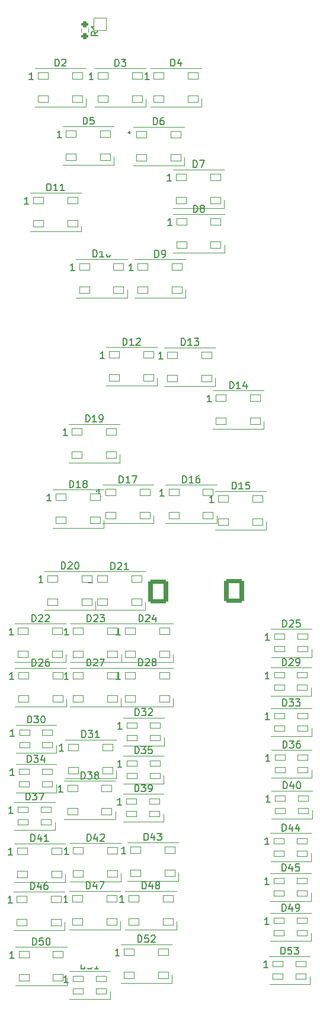
<source format=gbr>
%TF.GenerationSoftware,KiCad,Pcbnew,(6.0.9)*%
%TF.CreationDate,2023-01-06T22:22:47-09:00*%
%TF.ProjectId,SPIN RCV PANEL,5350494e-2052-4435-9620-50414e454c2e,rev?*%
%TF.SameCoordinates,Original*%
%TF.FileFunction,Legend,Top*%
%TF.FilePolarity,Positive*%
%FSLAX46Y46*%
G04 Gerber Fmt 4.6, Leading zero omitted, Abs format (unit mm)*
G04 Created by KiCad (PCBNEW (6.0.9)) date 2023-01-06 22:22:47*
%MOMM*%
%LPD*%
G01*
G04 APERTURE LIST*
G04 Aperture macros list*
%AMRoundRect*
0 Rectangle with rounded corners*
0 $1 Rounding radius*
0 $2 $3 $4 $5 $6 $7 $8 $9 X,Y pos of 4 corners*
0 Add a 4 corners polygon primitive as box body*
4,1,4,$2,$3,$4,$5,$6,$7,$8,$9,$2,$3,0*
0 Add four circle primitives for the rounded corners*
1,1,$1+$1,$2,$3*
1,1,$1+$1,$4,$5*
1,1,$1+$1,$6,$7*
1,1,$1+$1,$8,$9*
0 Add four rect primitives between the rounded corners*
20,1,$1+$1,$2,$3,$4,$5,0*
20,1,$1+$1,$4,$5,$6,$7,0*
20,1,$1+$1,$6,$7,$8,$9,0*
20,1,$1+$1,$8,$9,$2,$3,0*%
G04 Aperture macros list end*
%ADD10C,0.150000*%
%ADD11C,0.120000*%
%ADD12RoundRect,0.050000X-0.750000X-0.450000X0.750000X-0.450000X0.750000X0.450000X-0.750000X0.450000X0*%
%ADD13RoundRect,0.050000X-0.750000X-0.400000X0.750000X-0.400000X0.750000X0.400000X-0.750000X0.400000X0*%
%ADD14RoundRect,0.250000X-0.275000X0.200000X-0.275000X-0.200000X0.275000X-0.200000X0.275000X0.200000X0*%
%ADD15C,3.672000*%
%ADD16C,12.800000*%
%ADD17C,4.400000*%
%ADD18RoundRect,0.050000X-0.900000X-0.900000X0.900000X-0.900000X0.900000X0.900000X-0.900000X0.900000X0*%
%ADD19C,1.900000*%
%ADD20RoundRect,0.300001X-1.099999X-1.399999X1.099999X-1.399999X1.099999X1.399999X-1.099999X1.399999X0*%
%ADD21O,2.800000X3.400000*%
G04 APERTURE END LIST*
D10*
%TO.C,D2*%
X238312904Y-27432180D02*
X238312904Y-26432180D01*
X238551000Y-26432180D01*
X238693857Y-26479800D01*
X238789095Y-26575038D01*
X238836714Y-26670276D01*
X238884333Y-26860752D01*
X238884333Y-27003609D01*
X238836714Y-27194085D01*
X238789095Y-27289323D01*
X238693857Y-27384561D01*
X238551000Y-27432180D01*
X238312904Y-27432180D01*
X239265285Y-26527419D02*
X239312904Y-26479800D01*
X239408142Y-26432180D01*
X239646238Y-26432180D01*
X239741476Y-26479800D01*
X239789095Y-26527419D01*
X239836714Y-26622657D01*
X239836714Y-26717895D01*
X239789095Y-26860752D01*
X239217666Y-27432180D01*
X239836714Y-27432180D01*
X235186714Y-29332180D02*
X234615285Y-29332180D01*
X234901000Y-29332180D02*
X234901000Y-28332180D01*
X234805761Y-28475038D01*
X234710523Y-28570276D01*
X234615285Y-28617895D01*
%TO.C,D3*%
X246872904Y-27457980D02*
X246872904Y-26457980D01*
X247111000Y-26457980D01*
X247253857Y-26505600D01*
X247349095Y-26600838D01*
X247396714Y-26696076D01*
X247444333Y-26886552D01*
X247444333Y-27029409D01*
X247396714Y-27219885D01*
X247349095Y-27315123D01*
X247253857Y-27410361D01*
X247111000Y-27457980D01*
X246872904Y-27457980D01*
X247777666Y-26457980D02*
X248396714Y-26457980D01*
X248063380Y-26838933D01*
X248206238Y-26838933D01*
X248301476Y-26886552D01*
X248349095Y-26934171D01*
X248396714Y-27029409D01*
X248396714Y-27267504D01*
X248349095Y-27362742D01*
X248301476Y-27410361D01*
X248206238Y-27457980D01*
X247920523Y-27457980D01*
X247825285Y-27410361D01*
X247777666Y-27362742D01*
X243746714Y-29357980D02*
X243175285Y-29357980D01*
X243461000Y-29357980D02*
X243461000Y-28357980D01*
X243365761Y-28500838D01*
X243270523Y-28596076D01*
X243175285Y-28643695D01*
%TO.C,D4*%
X254850904Y-27432580D02*
X254850904Y-26432580D01*
X255089000Y-26432580D01*
X255231857Y-26480200D01*
X255327095Y-26575438D01*
X255374714Y-26670676D01*
X255422333Y-26861152D01*
X255422333Y-27004009D01*
X255374714Y-27194485D01*
X255327095Y-27289723D01*
X255231857Y-27384961D01*
X255089000Y-27432580D01*
X254850904Y-27432580D01*
X256279476Y-26765914D02*
X256279476Y-27432580D01*
X256041380Y-26384961D02*
X255803285Y-27099247D01*
X256422333Y-27099247D01*
X251724714Y-29332580D02*
X251153285Y-29332580D01*
X251439000Y-29332580D02*
X251439000Y-28332580D01*
X251343761Y-28475438D01*
X251248523Y-28570676D01*
X251153285Y-28618295D01*
%TO.C,D5*%
X242327904Y-35737980D02*
X242327904Y-34737980D01*
X242566000Y-34737980D01*
X242708857Y-34785600D01*
X242804095Y-34880838D01*
X242851714Y-34976076D01*
X242899333Y-35166552D01*
X242899333Y-35309409D01*
X242851714Y-35499885D01*
X242804095Y-35595123D01*
X242708857Y-35690361D01*
X242566000Y-35737980D01*
X242327904Y-35737980D01*
X243804095Y-34737980D02*
X243327904Y-34737980D01*
X243280285Y-35214171D01*
X243327904Y-35166552D01*
X243423142Y-35118933D01*
X243661238Y-35118933D01*
X243756476Y-35166552D01*
X243804095Y-35214171D01*
X243851714Y-35309409D01*
X243851714Y-35547504D01*
X243804095Y-35642742D01*
X243756476Y-35690361D01*
X243661238Y-35737980D01*
X243423142Y-35737980D01*
X243327904Y-35690361D01*
X243280285Y-35642742D01*
X239201714Y-37637980D02*
X238630285Y-37637980D01*
X238916000Y-37637980D02*
X238916000Y-36637980D01*
X238820761Y-36780838D01*
X238725523Y-36876076D01*
X238630285Y-36923695D01*
%TO.C,D6*%
X252360904Y-35789180D02*
X252360904Y-34789180D01*
X252599000Y-34789180D01*
X252741857Y-34836800D01*
X252837095Y-34932038D01*
X252884714Y-35027276D01*
X252932333Y-35217752D01*
X252932333Y-35360609D01*
X252884714Y-35551085D01*
X252837095Y-35646323D01*
X252741857Y-35741561D01*
X252599000Y-35789180D01*
X252360904Y-35789180D01*
X253789476Y-34789180D02*
X253599000Y-34789180D01*
X253503761Y-34836800D01*
X253456142Y-34884419D01*
X253360904Y-35027276D01*
X253313285Y-35217752D01*
X253313285Y-35598704D01*
X253360904Y-35693942D01*
X253408523Y-35741561D01*
X253503761Y-35789180D01*
X253694238Y-35789180D01*
X253789476Y-35741561D01*
X253837095Y-35693942D01*
X253884714Y-35598704D01*
X253884714Y-35360609D01*
X253837095Y-35265371D01*
X253789476Y-35217752D01*
X253694238Y-35170133D01*
X253503761Y-35170133D01*
X253408523Y-35217752D01*
X253360904Y-35265371D01*
X253313285Y-35360609D01*
X249234714Y-37689180D02*
X248663285Y-37689180D01*
X248949000Y-37689180D02*
X248949000Y-36689180D01*
X248853761Y-36832038D01*
X248758523Y-36927276D01*
X248663285Y-36974895D01*
%TO.C,D7*%
X258036904Y-41884980D02*
X258036904Y-40884980D01*
X258275000Y-40884980D01*
X258417857Y-40932600D01*
X258513095Y-41027838D01*
X258560714Y-41123076D01*
X258608333Y-41313552D01*
X258608333Y-41456409D01*
X258560714Y-41646885D01*
X258513095Y-41742123D01*
X258417857Y-41837361D01*
X258275000Y-41884980D01*
X258036904Y-41884980D01*
X258941666Y-40884980D02*
X259608333Y-40884980D01*
X259179761Y-41884980D01*
X254910714Y-43784980D02*
X254339285Y-43784980D01*
X254625000Y-43784980D02*
X254625000Y-42784980D01*
X254529761Y-42927838D01*
X254434523Y-43023076D01*
X254339285Y-43070695D01*
%TO.C,D8*%
X258099904Y-48285980D02*
X258099904Y-47285980D01*
X258338000Y-47285980D01*
X258480857Y-47333600D01*
X258576095Y-47428838D01*
X258623714Y-47524076D01*
X258671333Y-47714552D01*
X258671333Y-47857409D01*
X258623714Y-48047885D01*
X258576095Y-48143123D01*
X258480857Y-48238361D01*
X258338000Y-48285980D01*
X258099904Y-48285980D01*
X259242761Y-47714552D02*
X259147523Y-47666933D01*
X259099904Y-47619314D01*
X259052285Y-47524076D01*
X259052285Y-47476457D01*
X259099904Y-47381219D01*
X259147523Y-47333600D01*
X259242761Y-47285980D01*
X259433238Y-47285980D01*
X259528476Y-47333600D01*
X259576095Y-47381219D01*
X259623714Y-47476457D01*
X259623714Y-47524076D01*
X259576095Y-47619314D01*
X259528476Y-47666933D01*
X259433238Y-47714552D01*
X259242761Y-47714552D01*
X259147523Y-47762171D01*
X259099904Y-47809790D01*
X259052285Y-47905028D01*
X259052285Y-48095504D01*
X259099904Y-48190742D01*
X259147523Y-48238361D01*
X259242761Y-48285980D01*
X259433238Y-48285980D01*
X259528476Y-48238361D01*
X259576095Y-48190742D01*
X259623714Y-48095504D01*
X259623714Y-47905028D01*
X259576095Y-47809790D01*
X259528476Y-47762171D01*
X259433238Y-47714552D01*
X254973714Y-50185980D02*
X254402285Y-50185980D01*
X254688000Y-50185980D02*
X254688000Y-49185980D01*
X254592761Y-49328838D01*
X254497523Y-49424076D01*
X254402285Y-49471695D01*
%TO.C,D9*%
X252564904Y-54712180D02*
X252564904Y-53712180D01*
X252803000Y-53712180D01*
X252945857Y-53759800D01*
X253041095Y-53855038D01*
X253088714Y-53950276D01*
X253136333Y-54140752D01*
X253136333Y-54283609D01*
X253088714Y-54474085D01*
X253041095Y-54569323D01*
X252945857Y-54664561D01*
X252803000Y-54712180D01*
X252564904Y-54712180D01*
X253612523Y-54712180D02*
X253803000Y-54712180D01*
X253898238Y-54664561D01*
X253945857Y-54616942D01*
X254041095Y-54474085D01*
X254088714Y-54283609D01*
X254088714Y-53902657D01*
X254041095Y-53807419D01*
X253993476Y-53759800D01*
X253898238Y-53712180D01*
X253707761Y-53712180D01*
X253612523Y-53759800D01*
X253564904Y-53807419D01*
X253517285Y-53902657D01*
X253517285Y-54140752D01*
X253564904Y-54235990D01*
X253612523Y-54283609D01*
X253707761Y-54331228D01*
X253898238Y-54331228D01*
X253993476Y-54283609D01*
X254041095Y-54235990D01*
X254088714Y-54140752D01*
X249438714Y-56612180D02*
X248867285Y-56612180D01*
X249153000Y-56612180D02*
X249153000Y-55612180D01*
X249057761Y-55755038D01*
X248962523Y-55850276D01*
X248867285Y-55897895D01*
%TO.C,D10*%
X243729714Y-54686380D02*
X243729714Y-53686380D01*
X243967809Y-53686380D01*
X244110666Y-53734000D01*
X244205904Y-53829238D01*
X244253523Y-53924476D01*
X244301142Y-54114952D01*
X244301142Y-54257809D01*
X244253523Y-54448285D01*
X244205904Y-54543523D01*
X244110666Y-54638761D01*
X243967809Y-54686380D01*
X243729714Y-54686380D01*
X245253523Y-54686380D02*
X244682095Y-54686380D01*
X244967809Y-54686380D02*
X244967809Y-53686380D01*
X244872571Y-53829238D01*
X244777333Y-53924476D01*
X244682095Y-53972095D01*
X245872571Y-53686380D02*
X245967809Y-53686380D01*
X246063047Y-53734000D01*
X246110666Y-53781619D01*
X246158285Y-53876857D01*
X246205904Y-54067333D01*
X246205904Y-54305428D01*
X246158285Y-54495904D01*
X246110666Y-54591142D01*
X246063047Y-54638761D01*
X245967809Y-54686380D01*
X245872571Y-54686380D01*
X245777333Y-54638761D01*
X245729714Y-54591142D01*
X245682095Y-54495904D01*
X245634476Y-54305428D01*
X245634476Y-54067333D01*
X245682095Y-53876857D01*
X245729714Y-53781619D01*
X245777333Y-53734000D01*
X245872571Y-53686380D01*
X241079714Y-56586380D02*
X240508285Y-56586380D01*
X240794000Y-56586380D02*
X240794000Y-55586380D01*
X240698761Y-55729238D01*
X240603523Y-55824476D01*
X240508285Y-55872095D01*
%TO.C,D11*%
X237152714Y-45212180D02*
X237152714Y-44212180D01*
X237390809Y-44212180D01*
X237533666Y-44259800D01*
X237628904Y-44355038D01*
X237676523Y-44450276D01*
X237724142Y-44640752D01*
X237724142Y-44783609D01*
X237676523Y-44974085D01*
X237628904Y-45069323D01*
X237533666Y-45164561D01*
X237390809Y-45212180D01*
X237152714Y-45212180D01*
X238676523Y-45212180D02*
X238105095Y-45212180D01*
X238390809Y-45212180D02*
X238390809Y-44212180D01*
X238295571Y-44355038D01*
X238200333Y-44450276D01*
X238105095Y-44497895D01*
X239628904Y-45212180D02*
X239057476Y-45212180D01*
X239343190Y-45212180D02*
X239343190Y-44212180D01*
X239247952Y-44355038D01*
X239152714Y-44450276D01*
X239057476Y-44497895D01*
X234502714Y-47112180D02*
X233931285Y-47112180D01*
X234217000Y-47112180D02*
X234217000Y-46112180D01*
X234121761Y-46255038D01*
X234026523Y-46350276D01*
X233931285Y-46397895D01*
%TO.C,D12*%
X247998714Y-67259380D02*
X247998714Y-66259380D01*
X248236809Y-66259380D01*
X248379666Y-66307000D01*
X248474904Y-66402238D01*
X248522523Y-66497476D01*
X248570142Y-66687952D01*
X248570142Y-66830809D01*
X248522523Y-67021285D01*
X248474904Y-67116523D01*
X248379666Y-67211761D01*
X248236809Y-67259380D01*
X247998714Y-67259380D01*
X249522523Y-67259380D02*
X248951095Y-67259380D01*
X249236809Y-67259380D02*
X249236809Y-66259380D01*
X249141571Y-66402238D01*
X249046333Y-66497476D01*
X248951095Y-66545095D01*
X249903476Y-66354619D02*
X249951095Y-66307000D01*
X250046333Y-66259380D01*
X250284428Y-66259380D01*
X250379666Y-66307000D01*
X250427285Y-66354619D01*
X250474904Y-66449857D01*
X250474904Y-66545095D01*
X250427285Y-66687952D01*
X249855857Y-67259380D01*
X250474904Y-67259380D01*
X245348714Y-69159380D02*
X244777285Y-69159380D01*
X245063000Y-69159380D02*
X245063000Y-68159380D01*
X244967761Y-68302238D01*
X244872523Y-68397476D01*
X244777285Y-68445095D01*
%TO.C,D13*%
X256329714Y-67284780D02*
X256329714Y-66284780D01*
X256567809Y-66284780D01*
X256710666Y-66332400D01*
X256805904Y-66427638D01*
X256853523Y-66522876D01*
X256901142Y-66713352D01*
X256901142Y-66856209D01*
X256853523Y-67046685D01*
X256805904Y-67141923D01*
X256710666Y-67237161D01*
X256567809Y-67284780D01*
X256329714Y-67284780D01*
X257853523Y-67284780D02*
X257282095Y-67284780D01*
X257567809Y-67284780D02*
X257567809Y-66284780D01*
X257472571Y-66427638D01*
X257377333Y-66522876D01*
X257282095Y-66570495D01*
X258186857Y-66284780D02*
X258805904Y-66284780D01*
X258472571Y-66665733D01*
X258615428Y-66665733D01*
X258710666Y-66713352D01*
X258758285Y-66760971D01*
X258805904Y-66856209D01*
X258805904Y-67094304D01*
X258758285Y-67189542D01*
X258710666Y-67237161D01*
X258615428Y-67284780D01*
X258329714Y-67284780D01*
X258234476Y-67237161D01*
X258186857Y-67189542D01*
X253679714Y-69184780D02*
X253108285Y-69184780D01*
X253394000Y-69184780D02*
X253394000Y-68184780D01*
X253298761Y-68327638D01*
X253203523Y-68422876D01*
X253108285Y-68470495D01*
%TO.C,D14*%
X263264714Y-73456980D02*
X263264714Y-72456980D01*
X263502809Y-72456980D01*
X263645666Y-72504600D01*
X263740904Y-72599838D01*
X263788523Y-72695076D01*
X263836142Y-72885552D01*
X263836142Y-73028409D01*
X263788523Y-73218885D01*
X263740904Y-73314123D01*
X263645666Y-73409361D01*
X263502809Y-73456980D01*
X263264714Y-73456980D01*
X264788523Y-73456980D02*
X264217095Y-73456980D01*
X264502809Y-73456980D02*
X264502809Y-72456980D01*
X264407571Y-72599838D01*
X264312333Y-72695076D01*
X264217095Y-72742695D01*
X265645666Y-72790314D02*
X265645666Y-73456980D01*
X265407571Y-72409361D02*
X265169476Y-73123647D01*
X265788523Y-73123647D01*
X260614714Y-75356980D02*
X260043285Y-75356980D01*
X260329000Y-75356980D02*
X260329000Y-74356980D01*
X260233761Y-74499838D01*
X260138523Y-74595076D01*
X260043285Y-74642695D01*
%TO.C,D15*%
X263619714Y-87807980D02*
X263619714Y-86807980D01*
X263857809Y-86807980D01*
X264000666Y-86855600D01*
X264095904Y-86950838D01*
X264143523Y-87046076D01*
X264191142Y-87236552D01*
X264191142Y-87379409D01*
X264143523Y-87569885D01*
X264095904Y-87665123D01*
X264000666Y-87760361D01*
X263857809Y-87807980D01*
X263619714Y-87807980D01*
X265143523Y-87807980D02*
X264572095Y-87807980D01*
X264857809Y-87807980D02*
X264857809Y-86807980D01*
X264762571Y-86950838D01*
X264667333Y-87046076D01*
X264572095Y-87093695D01*
X266048285Y-86807980D02*
X265572095Y-86807980D01*
X265524476Y-87284171D01*
X265572095Y-87236552D01*
X265667333Y-87188933D01*
X265905428Y-87188933D01*
X266000666Y-87236552D01*
X266048285Y-87284171D01*
X266095904Y-87379409D01*
X266095904Y-87617504D01*
X266048285Y-87712742D01*
X266000666Y-87760361D01*
X265905428Y-87807980D01*
X265667333Y-87807980D01*
X265572095Y-87760361D01*
X265524476Y-87712742D01*
X260969714Y-89707980D02*
X260398285Y-89707980D01*
X260684000Y-89707980D02*
X260684000Y-88707980D01*
X260588761Y-88850838D01*
X260493523Y-88946076D01*
X260398285Y-88993695D01*
%TO.C,D16*%
X256515714Y-86902380D02*
X256515714Y-85902380D01*
X256753809Y-85902380D01*
X256896666Y-85950000D01*
X256991904Y-86045238D01*
X257039523Y-86140476D01*
X257087142Y-86330952D01*
X257087142Y-86473809D01*
X257039523Y-86664285D01*
X256991904Y-86759523D01*
X256896666Y-86854761D01*
X256753809Y-86902380D01*
X256515714Y-86902380D01*
X258039523Y-86902380D02*
X257468095Y-86902380D01*
X257753809Y-86902380D02*
X257753809Y-85902380D01*
X257658571Y-86045238D01*
X257563333Y-86140476D01*
X257468095Y-86188095D01*
X258896666Y-85902380D02*
X258706190Y-85902380D01*
X258610952Y-85950000D01*
X258563333Y-85997619D01*
X258468095Y-86140476D01*
X258420476Y-86330952D01*
X258420476Y-86711904D01*
X258468095Y-86807142D01*
X258515714Y-86854761D01*
X258610952Y-86902380D01*
X258801428Y-86902380D01*
X258896666Y-86854761D01*
X258944285Y-86807142D01*
X258991904Y-86711904D01*
X258991904Y-86473809D01*
X258944285Y-86378571D01*
X258896666Y-86330952D01*
X258801428Y-86283333D01*
X258610952Y-86283333D01*
X258515714Y-86330952D01*
X258468095Y-86378571D01*
X258420476Y-86473809D01*
X253865714Y-88802380D02*
X253294285Y-88802380D01*
X253580000Y-88802380D02*
X253580000Y-87802380D01*
X253484761Y-87945238D01*
X253389523Y-88040476D01*
X253294285Y-88088095D01*
%TO.C,D17*%
X247475714Y-86902380D02*
X247475714Y-85902380D01*
X247713809Y-85902380D01*
X247856666Y-85950000D01*
X247951904Y-86045238D01*
X247999523Y-86140476D01*
X248047142Y-86330952D01*
X248047142Y-86473809D01*
X247999523Y-86664285D01*
X247951904Y-86759523D01*
X247856666Y-86854761D01*
X247713809Y-86902380D01*
X247475714Y-86902380D01*
X248999523Y-86902380D02*
X248428095Y-86902380D01*
X248713809Y-86902380D02*
X248713809Y-85902380D01*
X248618571Y-86045238D01*
X248523333Y-86140476D01*
X248428095Y-86188095D01*
X249332857Y-85902380D02*
X249999523Y-85902380D01*
X249570952Y-86902380D01*
X244825714Y-88802380D02*
X244254285Y-88802380D01*
X244540000Y-88802380D02*
X244540000Y-87802380D01*
X244444761Y-87945238D01*
X244349523Y-88040476D01*
X244254285Y-88088095D01*
%TO.C,D18*%
X240378714Y-87579380D02*
X240378714Y-86579380D01*
X240616809Y-86579380D01*
X240759666Y-86627000D01*
X240854904Y-86722238D01*
X240902523Y-86817476D01*
X240950142Y-87007952D01*
X240950142Y-87150809D01*
X240902523Y-87341285D01*
X240854904Y-87436523D01*
X240759666Y-87531761D01*
X240616809Y-87579380D01*
X240378714Y-87579380D01*
X241902523Y-87579380D02*
X241331095Y-87579380D01*
X241616809Y-87579380D02*
X241616809Y-86579380D01*
X241521571Y-86722238D01*
X241426333Y-86817476D01*
X241331095Y-86865095D01*
X242473952Y-87007952D02*
X242378714Y-86960333D01*
X242331095Y-86912714D01*
X242283476Y-86817476D01*
X242283476Y-86769857D01*
X242331095Y-86674619D01*
X242378714Y-86627000D01*
X242473952Y-86579380D01*
X242664428Y-86579380D01*
X242759666Y-86627000D01*
X242807285Y-86674619D01*
X242854904Y-86769857D01*
X242854904Y-86817476D01*
X242807285Y-86912714D01*
X242759666Y-86960333D01*
X242664428Y-87007952D01*
X242473952Y-87007952D01*
X242378714Y-87055571D01*
X242331095Y-87103190D01*
X242283476Y-87198428D01*
X242283476Y-87388904D01*
X242331095Y-87484142D01*
X242378714Y-87531761D01*
X242473952Y-87579380D01*
X242664428Y-87579380D01*
X242759666Y-87531761D01*
X242807285Y-87484142D01*
X242854904Y-87388904D01*
X242854904Y-87198428D01*
X242807285Y-87103190D01*
X242759666Y-87055571D01*
X242664428Y-87007952D01*
X237728714Y-89479380D02*
X237157285Y-89479380D01*
X237443000Y-89479380D02*
X237443000Y-88479380D01*
X237347761Y-88622238D01*
X237252523Y-88717476D01*
X237157285Y-88765095D01*
%TO.C,D19*%
X242687714Y-78206780D02*
X242687714Y-77206780D01*
X242925809Y-77206780D01*
X243068666Y-77254400D01*
X243163904Y-77349638D01*
X243211523Y-77444876D01*
X243259142Y-77635352D01*
X243259142Y-77778209D01*
X243211523Y-77968685D01*
X243163904Y-78063923D01*
X243068666Y-78159161D01*
X242925809Y-78206780D01*
X242687714Y-78206780D01*
X244211523Y-78206780D02*
X243640095Y-78206780D01*
X243925809Y-78206780D02*
X243925809Y-77206780D01*
X243830571Y-77349638D01*
X243735333Y-77444876D01*
X243640095Y-77492495D01*
X244687714Y-78206780D02*
X244878190Y-78206780D01*
X244973428Y-78159161D01*
X245021047Y-78111542D01*
X245116285Y-77968685D01*
X245163904Y-77778209D01*
X245163904Y-77397257D01*
X245116285Y-77302019D01*
X245068666Y-77254400D01*
X244973428Y-77206780D01*
X244782952Y-77206780D01*
X244687714Y-77254400D01*
X244640095Y-77302019D01*
X244592476Y-77397257D01*
X244592476Y-77635352D01*
X244640095Y-77730590D01*
X244687714Y-77778209D01*
X244782952Y-77825828D01*
X244973428Y-77825828D01*
X245068666Y-77778209D01*
X245116285Y-77730590D01*
X245163904Y-77635352D01*
X240037714Y-80106780D02*
X239466285Y-80106780D01*
X239752000Y-80106780D02*
X239752000Y-79106780D01*
X239656761Y-79249638D01*
X239561523Y-79344876D01*
X239466285Y-79392495D01*
%TO.C,D20*%
X239210714Y-99212380D02*
X239210714Y-98212380D01*
X239448809Y-98212380D01*
X239591666Y-98260000D01*
X239686904Y-98355238D01*
X239734523Y-98450476D01*
X239782142Y-98640952D01*
X239782142Y-98783809D01*
X239734523Y-98974285D01*
X239686904Y-99069523D01*
X239591666Y-99164761D01*
X239448809Y-99212380D01*
X239210714Y-99212380D01*
X240163095Y-98307619D02*
X240210714Y-98260000D01*
X240305952Y-98212380D01*
X240544047Y-98212380D01*
X240639285Y-98260000D01*
X240686904Y-98307619D01*
X240734523Y-98402857D01*
X240734523Y-98498095D01*
X240686904Y-98640952D01*
X240115476Y-99212380D01*
X240734523Y-99212380D01*
X241353571Y-98212380D02*
X241448809Y-98212380D01*
X241544047Y-98260000D01*
X241591666Y-98307619D01*
X241639285Y-98402857D01*
X241686904Y-98593333D01*
X241686904Y-98831428D01*
X241639285Y-99021904D01*
X241591666Y-99117142D01*
X241544047Y-99164761D01*
X241448809Y-99212380D01*
X241353571Y-99212380D01*
X241258333Y-99164761D01*
X241210714Y-99117142D01*
X241163095Y-99021904D01*
X241115476Y-98831428D01*
X241115476Y-98593333D01*
X241163095Y-98402857D01*
X241210714Y-98307619D01*
X241258333Y-98260000D01*
X241353571Y-98212380D01*
X236560714Y-101112380D02*
X235989285Y-101112380D01*
X236275000Y-101112380D02*
X236275000Y-100112380D01*
X236179761Y-100255238D01*
X236084523Y-100350476D01*
X235989285Y-100398095D01*
%TO.C,D21*%
X246296714Y-99263380D02*
X246296714Y-98263380D01*
X246534809Y-98263380D01*
X246677666Y-98311000D01*
X246772904Y-98406238D01*
X246820523Y-98501476D01*
X246868142Y-98691952D01*
X246868142Y-98834809D01*
X246820523Y-99025285D01*
X246772904Y-99120523D01*
X246677666Y-99215761D01*
X246534809Y-99263380D01*
X246296714Y-99263380D01*
X247249095Y-98358619D02*
X247296714Y-98311000D01*
X247391952Y-98263380D01*
X247630047Y-98263380D01*
X247725285Y-98311000D01*
X247772904Y-98358619D01*
X247820523Y-98453857D01*
X247820523Y-98549095D01*
X247772904Y-98691952D01*
X247201476Y-99263380D01*
X247820523Y-99263380D01*
X248772904Y-99263380D02*
X248201476Y-99263380D01*
X248487190Y-99263380D02*
X248487190Y-98263380D01*
X248391952Y-98406238D01*
X248296714Y-98501476D01*
X248201476Y-98549095D01*
X243646714Y-101163380D02*
X243075285Y-101163380D01*
X243361000Y-101163380D02*
X243361000Y-100163380D01*
X243265761Y-100306238D01*
X243170523Y-100401476D01*
X243075285Y-100449095D01*
%TO.C,D22*%
X234993714Y-106731380D02*
X234993714Y-105731380D01*
X235231809Y-105731380D01*
X235374666Y-105779000D01*
X235469904Y-105874238D01*
X235517523Y-105969476D01*
X235565142Y-106159952D01*
X235565142Y-106302809D01*
X235517523Y-106493285D01*
X235469904Y-106588523D01*
X235374666Y-106683761D01*
X235231809Y-106731380D01*
X234993714Y-106731380D01*
X235946095Y-105826619D02*
X235993714Y-105779000D01*
X236088952Y-105731380D01*
X236327047Y-105731380D01*
X236422285Y-105779000D01*
X236469904Y-105826619D01*
X236517523Y-105921857D01*
X236517523Y-106017095D01*
X236469904Y-106159952D01*
X235898476Y-106731380D01*
X236517523Y-106731380D01*
X236898476Y-105826619D02*
X236946095Y-105779000D01*
X237041333Y-105731380D01*
X237279428Y-105731380D01*
X237374666Y-105779000D01*
X237422285Y-105826619D01*
X237469904Y-105921857D01*
X237469904Y-106017095D01*
X237422285Y-106159952D01*
X236850857Y-106731380D01*
X237469904Y-106731380D01*
X232343714Y-108631380D02*
X231772285Y-108631380D01*
X232058000Y-108631380D02*
X232058000Y-107631380D01*
X231962761Y-107774238D01*
X231867523Y-107869476D01*
X231772285Y-107917095D01*
%TO.C,D23*%
X242879714Y-106731380D02*
X242879714Y-105731380D01*
X243117809Y-105731380D01*
X243260666Y-105779000D01*
X243355904Y-105874238D01*
X243403523Y-105969476D01*
X243451142Y-106159952D01*
X243451142Y-106302809D01*
X243403523Y-106493285D01*
X243355904Y-106588523D01*
X243260666Y-106683761D01*
X243117809Y-106731380D01*
X242879714Y-106731380D01*
X243832095Y-105826619D02*
X243879714Y-105779000D01*
X243974952Y-105731380D01*
X244213047Y-105731380D01*
X244308285Y-105779000D01*
X244355904Y-105826619D01*
X244403523Y-105921857D01*
X244403523Y-106017095D01*
X244355904Y-106159952D01*
X243784476Y-106731380D01*
X244403523Y-106731380D01*
X244736857Y-105731380D02*
X245355904Y-105731380D01*
X245022571Y-106112333D01*
X245165428Y-106112333D01*
X245260666Y-106159952D01*
X245308285Y-106207571D01*
X245355904Y-106302809D01*
X245355904Y-106540904D01*
X245308285Y-106636142D01*
X245260666Y-106683761D01*
X245165428Y-106731380D01*
X244879714Y-106731380D01*
X244784476Y-106683761D01*
X244736857Y-106636142D01*
X240229714Y-108631380D02*
X239658285Y-108631380D01*
X239944000Y-108631380D02*
X239944000Y-107631380D01*
X239848761Y-107774238D01*
X239753523Y-107869476D01*
X239658285Y-107917095D01*
%TO.C,D24*%
X250284714Y-106731380D02*
X250284714Y-105731380D01*
X250522809Y-105731380D01*
X250665666Y-105779000D01*
X250760904Y-105874238D01*
X250808523Y-105969476D01*
X250856142Y-106159952D01*
X250856142Y-106302809D01*
X250808523Y-106493285D01*
X250760904Y-106588523D01*
X250665666Y-106683761D01*
X250522809Y-106731380D01*
X250284714Y-106731380D01*
X251237095Y-105826619D02*
X251284714Y-105779000D01*
X251379952Y-105731380D01*
X251618047Y-105731380D01*
X251713285Y-105779000D01*
X251760904Y-105826619D01*
X251808523Y-105921857D01*
X251808523Y-106017095D01*
X251760904Y-106159952D01*
X251189476Y-106731380D01*
X251808523Y-106731380D01*
X252665666Y-106064714D02*
X252665666Y-106731380D01*
X252427571Y-105683761D02*
X252189476Y-106398047D01*
X252808523Y-106398047D01*
X247634714Y-108631380D02*
X247063285Y-108631380D01*
X247349000Y-108631380D02*
X247349000Y-107631380D01*
X247253761Y-107774238D01*
X247158523Y-107869476D01*
X247063285Y-107917095D01*
%TO.C,D25*%
X270835714Y-107477380D02*
X270835714Y-106477380D01*
X271073809Y-106477380D01*
X271216666Y-106525000D01*
X271311904Y-106620238D01*
X271359523Y-106715476D01*
X271407142Y-106905952D01*
X271407142Y-107048809D01*
X271359523Y-107239285D01*
X271311904Y-107334523D01*
X271216666Y-107429761D01*
X271073809Y-107477380D01*
X270835714Y-107477380D01*
X271788095Y-106572619D02*
X271835714Y-106525000D01*
X271930952Y-106477380D01*
X272169047Y-106477380D01*
X272264285Y-106525000D01*
X272311904Y-106572619D01*
X272359523Y-106667857D01*
X272359523Y-106763095D01*
X272311904Y-106905952D01*
X271740476Y-107477380D01*
X272359523Y-107477380D01*
X273264285Y-106477380D02*
X272788095Y-106477380D01*
X272740476Y-106953571D01*
X272788095Y-106905952D01*
X272883333Y-106858333D01*
X273121428Y-106858333D01*
X273216666Y-106905952D01*
X273264285Y-106953571D01*
X273311904Y-107048809D01*
X273311904Y-107286904D01*
X273264285Y-107382142D01*
X273216666Y-107429761D01*
X273121428Y-107477380D01*
X272883333Y-107477380D01*
X272788095Y-107429761D01*
X272740476Y-107382142D01*
X268935714Y-109377380D02*
X268364285Y-109377380D01*
X268650000Y-109377380D02*
X268650000Y-108377380D01*
X268554761Y-108520238D01*
X268459523Y-108615476D01*
X268364285Y-108663095D01*
%TO.C,D26*%
X235019714Y-113055380D02*
X235019714Y-112055380D01*
X235257809Y-112055380D01*
X235400666Y-112103000D01*
X235495904Y-112198238D01*
X235543523Y-112293476D01*
X235591142Y-112483952D01*
X235591142Y-112626809D01*
X235543523Y-112817285D01*
X235495904Y-112912523D01*
X235400666Y-113007761D01*
X235257809Y-113055380D01*
X235019714Y-113055380D01*
X235972095Y-112150619D02*
X236019714Y-112103000D01*
X236114952Y-112055380D01*
X236353047Y-112055380D01*
X236448285Y-112103000D01*
X236495904Y-112150619D01*
X236543523Y-112245857D01*
X236543523Y-112341095D01*
X236495904Y-112483952D01*
X235924476Y-113055380D01*
X236543523Y-113055380D01*
X237400666Y-112055380D02*
X237210190Y-112055380D01*
X237114952Y-112103000D01*
X237067333Y-112150619D01*
X236972095Y-112293476D01*
X236924476Y-112483952D01*
X236924476Y-112864904D01*
X236972095Y-112960142D01*
X237019714Y-113007761D01*
X237114952Y-113055380D01*
X237305428Y-113055380D01*
X237400666Y-113007761D01*
X237448285Y-112960142D01*
X237495904Y-112864904D01*
X237495904Y-112626809D01*
X237448285Y-112531571D01*
X237400666Y-112483952D01*
X237305428Y-112436333D01*
X237114952Y-112436333D01*
X237019714Y-112483952D01*
X236972095Y-112531571D01*
X236924476Y-112626809D01*
X232369714Y-114955380D02*
X231798285Y-114955380D01*
X232084000Y-114955380D02*
X232084000Y-113955380D01*
X231988761Y-114098238D01*
X231893523Y-114193476D01*
X231798285Y-114241095D01*
%TO.C,D27*%
X242842714Y-113030380D02*
X242842714Y-112030380D01*
X243080809Y-112030380D01*
X243223666Y-112078000D01*
X243318904Y-112173238D01*
X243366523Y-112268476D01*
X243414142Y-112458952D01*
X243414142Y-112601809D01*
X243366523Y-112792285D01*
X243318904Y-112887523D01*
X243223666Y-112982761D01*
X243080809Y-113030380D01*
X242842714Y-113030380D01*
X243795095Y-112125619D02*
X243842714Y-112078000D01*
X243937952Y-112030380D01*
X244176047Y-112030380D01*
X244271285Y-112078000D01*
X244318904Y-112125619D01*
X244366523Y-112220857D01*
X244366523Y-112316095D01*
X244318904Y-112458952D01*
X243747476Y-113030380D01*
X244366523Y-113030380D01*
X244699857Y-112030380D02*
X245366523Y-112030380D01*
X244937952Y-113030380D01*
X240192714Y-114930380D02*
X239621285Y-114930380D01*
X239907000Y-114930380D02*
X239907000Y-113930380D01*
X239811761Y-114073238D01*
X239716523Y-114168476D01*
X239621285Y-114216095D01*
%TO.C,D28*%
X250259714Y-113005380D02*
X250259714Y-112005380D01*
X250497809Y-112005380D01*
X250640666Y-112053000D01*
X250735904Y-112148238D01*
X250783523Y-112243476D01*
X250831142Y-112433952D01*
X250831142Y-112576809D01*
X250783523Y-112767285D01*
X250735904Y-112862523D01*
X250640666Y-112957761D01*
X250497809Y-113005380D01*
X250259714Y-113005380D01*
X251212095Y-112100619D02*
X251259714Y-112053000D01*
X251354952Y-112005380D01*
X251593047Y-112005380D01*
X251688285Y-112053000D01*
X251735904Y-112100619D01*
X251783523Y-112195857D01*
X251783523Y-112291095D01*
X251735904Y-112433952D01*
X251164476Y-113005380D01*
X251783523Y-113005380D01*
X252354952Y-112433952D02*
X252259714Y-112386333D01*
X252212095Y-112338714D01*
X252164476Y-112243476D01*
X252164476Y-112195857D01*
X252212095Y-112100619D01*
X252259714Y-112053000D01*
X252354952Y-112005380D01*
X252545428Y-112005380D01*
X252640666Y-112053000D01*
X252688285Y-112100619D01*
X252735904Y-112195857D01*
X252735904Y-112243476D01*
X252688285Y-112338714D01*
X252640666Y-112386333D01*
X252545428Y-112433952D01*
X252354952Y-112433952D01*
X252259714Y-112481571D01*
X252212095Y-112529190D01*
X252164476Y-112624428D01*
X252164476Y-112814904D01*
X252212095Y-112910142D01*
X252259714Y-112957761D01*
X252354952Y-113005380D01*
X252545428Y-113005380D01*
X252640666Y-112957761D01*
X252688285Y-112910142D01*
X252735904Y-112814904D01*
X252735904Y-112624428D01*
X252688285Y-112529190D01*
X252640666Y-112481571D01*
X252545428Y-112433952D01*
X247609714Y-114905380D02*
X247038285Y-114905380D01*
X247324000Y-114905380D02*
X247324000Y-113905380D01*
X247228761Y-114048238D01*
X247133523Y-114143476D01*
X247038285Y-114191095D01*
%TO.C,D29*%
X270791714Y-112979380D02*
X270791714Y-111979380D01*
X271029809Y-111979380D01*
X271172666Y-112027000D01*
X271267904Y-112122238D01*
X271315523Y-112217476D01*
X271363142Y-112407952D01*
X271363142Y-112550809D01*
X271315523Y-112741285D01*
X271267904Y-112836523D01*
X271172666Y-112931761D01*
X271029809Y-112979380D01*
X270791714Y-112979380D01*
X271744095Y-112074619D02*
X271791714Y-112027000D01*
X271886952Y-111979380D01*
X272125047Y-111979380D01*
X272220285Y-112027000D01*
X272267904Y-112074619D01*
X272315523Y-112169857D01*
X272315523Y-112265095D01*
X272267904Y-112407952D01*
X271696476Y-112979380D01*
X272315523Y-112979380D01*
X272791714Y-112979380D02*
X272982190Y-112979380D01*
X273077428Y-112931761D01*
X273125047Y-112884142D01*
X273220285Y-112741285D01*
X273267904Y-112550809D01*
X273267904Y-112169857D01*
X273220285Y-112074619D01*
X273172666Y-112027000D01*
X273077428Y-111979380D01*
X272886952Y-111979380D01*
X272791714Y-112027000D01*
X272744095Y-112074619D01*
X272696476Y-112169857D01*
X272696476Y-112407952D01*
X272744095Y-112503190D01*
X272791714Y-112550809D01*
X272886952Y-112598428D01*
X273077428Y-112598428D01*
X273172666Y-112550809D01*
X273220285Y-112503190D01*
X273267904Y-112407952D01*
X268891714Y-114879380D02*
X268320285Y-114879380D01*
X268606000Y-114879380D02*
X268606000Y-113879380D01*
X268510761Y-114022238D01*
X268415523Y-114117476D01*
X268320285Y-114165095D01*
%TO.C,D30*%
X234373714Y-121157380D02*
X234373714Y-120157380D01*
X234611809Y-120157380D01*
X234754666Y-120205000D01*
X234849904Y-120300238D01*
X234897523Y-120395476D01*
X234945142Y-120585952D01*
X234945142Y-120728809D01*
X234897523Y-120919285D01*
X234849904Y-121014523D01*
X234754666Y-121109761D01*
X234611809Y-121157380D01*
X234373714Y-121157380D01*
X235278476Y-120157380D02*
X235897523Y-120157380D01*
X235564190Y-120538333D01*
X235707047Y-120538333D01*
X235802285Y-120585952D01*
X235849904Y-120633571D01*
X235897523Y-120728809D01*
X235897523Y-120966904D01*
X235849904Y-121062142D01*
X235802285Y-121109761D01*
X235707047Y-121157380D01*
X235421333Y-121157380D01*
X235326095Y-121109761D01*
X235278476Y-121062142D01*
X236516571Y-120157380D02*
X236611809Y-120157380D01*
X236707047Y-120205000D01*
X236754666Y-120252619D01*
X236802285Y-120347857D01*
X236849904Y-120538333D01*
X236849904Y-120776428D01*
X236802285Y-120966904D01*
X236754666Y-121062142D01*
X236707047Y-121109761D01*
X236611809Y-121157380D01*
X236516571Y-121157380D01*
X236421333Y-121109761D01*
X236373714Y-121062142D01*
X236326095Y-120966904D01*
X236278476Y-120776428D01*
X236278476Y-120538333D01*
X236326095Y-120347857D01*
X236373714Y-120252619D01*
X236421333Y-120205000D01*
X236516571Y-120157380D01*
X232473714Y-123057380D02*
X231902285Y-123057380D01*
X232188000Y-123057380D02*
X232188000Y-122057380D01*
X232092761Y-122200238D01*
X231997523Y-122295476D01*
X231902285Y-122343095D01*
%TO.C,D31*%
X242135714Y-123252380D02*
X242135714Y-122252380D01*
X242373809Y-122252380D01*
X242516666Y-122300000D01*
X242611904Y-122395238D01*
X242659523Y-122490476D01*
X242707142Y-122680952D01*
X242707142Y-122823809D01*
X242659523Y-123014285D01*
X242611904Y-123109523D01*
X242516666Y-123204761D01*
X242373809Y-123252380D01*
X242135714Y-123252380D01*
X243040476Y-122252380D02*
X243659523Y-122252380D01*
X243326190Y-122633333D01*
X243469047Y-122633333D01*
X243564285Y-122680952D01*
X243611904Y-122728571D01*
X243659523Y-122823809D01*
X243659523Y-123061904D01*
X243611904Y-123157142D01*
X243564285Y-123204761D01*
X243469047Y-123252380D01*
X243183333Y-123252380D01*
X243088095Y-123204761D01*
X243040476Y-123157142D01*
X244611904Y-123252380D02*
X244040476Y-123252380D01*
X244326190Y-123252380D02*
X244326190Y-122252380D01*
X244230952Y-122395238D01*
X244135714Y-122490476D01*
X244040476Y-122538095D01*
X239485714Y-125152380D02*
X238914285Y-125152380D01*
X239200000Y-125152380D02*
X239200000Y-124152380D01*
X239104761Y-124295238D01*
X239009523Y-124390476D01*
X238914285Y-124438095D01*
%TO.C,D32*%
X249740714Y-120116380D02*
X249740714Y-119116380D01*
X249978809Y-119116380D01*
X250121666Y-119164000D01*
X250216904Y-119259238D01*
X250264523Y-119354476D01*
X250312142Y-119544952D01*
X250312142Y-119687809D01*
X250264523Y-119878285D01*
X250216904Y-119973523D01*
X250121666Y-120068761D01*
X249978809Y-120116380D01*
X249740714Y-120116380D01*
X250645476Y-119116380D02*
X251264523Y-119116380D01*
X250931190Y-119497333D01*
X251074047Y-119497333D01*
X251169285Y-119544952D01*
X251216904Y-119592571D01*
X251264523Y-119687809D01*
X251264523Y-119925904D01*
X251216904Y-120021142D01*
X251169285Y-120068761D01*
X251074047Y-120116380D01*
X250788333Y-120116380D01*
X250693095Y-120068761D01*
X250645476Y-120021142D01*
X251645476Y-119211619D02*
X251693095Y-119164000D01*
X251788333Y-119116380D01*
X252026428Y-119116380D01*
X252121666Y-119164000D01*
X252169285Y-119211619D01*
X252216904Y-119306857D01*
X252216904Y-119402095D01*
X252169285Y-119544952D01*
X251597857Y-120116380D01*
X252216904Y-120116380D01*
X247840714Y-122016380D02*
X247269285Y-122016380D01*
X247555000Y-122016380D02*
X247555000Y-121016380D01*
X247459761Y-121159238D01*
X247364523Y-121254476D01*
X247269285Y-121302095D01*
%TO.C,D33*%
X270822714Y-118770380D02*
X270822714Y-117770380D01*
X271060809Y-117770380D01*
X271203666Y-117818000D01*
X271298904Y-117913238D01*
X271346523Y-118008476D01*
X271394142Y-118198952D01*
X271394142Y-118341809D01*
X271346523Y-118532285D01*
X271298904Y-118627523D01*
X271203666Y-118722761D01*
X271060809Y-118770380D01*
X270822714Y-118770380D01*
X271727476Y-117770380D02*
X272346523Y-117770380D01*
X272013190Y-118151333D01*
X272156047Y-118151333D01*
X272251285Y-118198952D01*
X272298904Y-118246571D01*
X272346523Y-118341809D01*
X272346523Y-118579904D01*
X272298904Y-118675142D01*
X272251285Y-118722761D01*
X272156047Y-118770380D01*
X271870333Y-118770380D01*
X271775095Y-118722761D01*
X271727476Y-118675142D01*
X272679857Y-117770380D02*
X273298904Y-117770380D01*
X272965571Y-118151333D01*
X273108428Y-118151333D01*
X273203666Y-118198952D01*
X273251285Y-118246571D01*
X273298904Y-118341809D01*
X273298904Y-118579904D01*
X273251285Y-118675142D01*
X273203666Y-118722761D01*
X273108428Y-118770380D01*
X272822714Y-118770380D01*
X272727476Y-118722761D01*
X272679857Y-118675142D01*
X268922714Y-120670380D02*
X268351285Y-120670380D01*
X268637000Y-120670380D02*
X268637000Y-119670380D01*
X268541761Y-119813238D01*
X268446523Y-119908476D01*
X268351285Y-119956095D01*
%TO.C,D34*%
X234358714Y-126785380D02*
X234358714Y-125785380D01*
X234596809Y-125785380D01*
X234739666Y-125833000D01*
X234834904Y-125928238D01*
X234882523Y-126023476D01*
X234930142Y-126213952D01*
X234930142Y-126356809D01*
X234882523Y-126547285D01*
X234834904Y-126642523D01*
X234739666Y-126737761D01*
X234596809Y-126785380D01*
X234358714Y-126785380D01*
X235263476Y-125785380D02*
X235882523Y-125785380D01*
X235549190Y-126166333D01*
X235692047Y-126166333D01*
X235787285Y-126213952D01*
X235834904Y-126261571D01*
X235882523Y-126356809D01*
X235882523Y-126594904D01*
X235834904Y-126690142D01*
X235787285Y-126737761D01*
X235692047Y-126785380D01*
X235406333Y-126785380D01*
X235311095Y-126737761D01*
X235263476Y-126690142D01*
X236739666Y-126118714D02*
X236739666Y-126785380D01*
X236501571Y-125737761D02*
X236263476Y-126452047D01*
X236882523Y-126452047D01*
X232458714Y-128685380D02*
X231887285Y-128685380D01*
X232173000Y-128685380D02*
X232173000Y-127685380D01*
X232077761Y-127828238D01*
X231982523Y-127923476D01*
X231887285Y-127971095D01*
%TO.C,D35*%
X249714714Y-125552380D02*
X249714714Y-124552380D01*
X249952809Y-124552380D01*
X250095666Y-124600000D01*
X250190904Y-124695238D01*
X250238523Y-124790476D01*
X250286142Y-124980952D01*
X250286142Y-125123809D01*
X250238523Y-125314285D01*
X250190904Y-125409523D01*
X250095666Y-125504761D01*
X249952809Y-125552380D01*
X249714714Y-125552380D01*
X250619476Y-124552380D02*
X251238523Y-124552380D01*
X250905190Y-124933333D01*
X251048047Y-124933333D01*
X251143285Y-124980952D01*
X251190904Y-125028571D01*
X251238523Y-125123809D01*
X251238523Y-125361904D01*
X251190904Y-125457142D01*
X251143285Y-125504761D01*
X251048047Y-125552380D01*
X250762333Y-125552380D01*
X250667095Y-125504761D01*
X250619476Y-125457142D01*
X252143285Y-124552380D02*
X251667095Y-124552380D01*
X251619476Y-125028571D01*
X251667095Y-124980952D01*
X251762333Y-124933333D01*
X252000428Y-124933333D01*
X252095666Y-124980952D01*
X252143285Y-125028571D01*
X252190904Y-125123809D01*
X252190904Y-125361904D01*
X252143285Y-125457142D01*
X252095666Y-125504761D01*
X252000428Y-125552380D01*
X251762333Y-125552380D01*
X251667095Y-125504761D01*
X251619476Y-125457142D01*
X247814714Y-127452380D02*
X247243285Y-127452380D01*
X247529000Y-127452380D02*
X247529000Y-126452380D01*
X247433761Y-126595238D01*
X247338523Y-126690476D01*
X247243285Y-126738095D01*
%TO.C,D36*%
X270872714Y-124739380D02*
X270872714Y-123739380D01*
X271110809Y-123739380D01*
X271253666Y-123787000D01*
X271348904Y-123882238D01*
X271396523Y-123977476D01*
X271444142Y-124167952D01*
X271444142Y-124310809D01*
X271396523Y-124501285D01*
X271348904Y-124596523D01*
X271253666Y-124691761D01*
X271110809Y-124739380D01*
X270872714Y-124739380D01*
X271777476Y-123739380D02*
X272396523Y-123739380D01*
X272063190Y-124120333D01*
X272206047Y-124120333D01*
X272301285Y-124167952D01*
X272348904Y-124215571D01*
X272396523Y-124310809D01*
X272396523Y-124548904D01*
X272348904Y-124644142D01*
X272301285Y-124691761D01*
X272206047Y-124739380D01*
X271920333Y-124739380D01*
X271825095Y-124691761D01*
X271777476Y-124644142D01*
X273253666Y-123739380D02*
X273063190Y-123739380D01*
X272967952Y-123787000D01*
X272920333Y-123834619D01*
X272825095Y-123977476D01*
X272777476Y-124167952D01*
X272777476Y-124548904D01*
X272825095Y-124644142D01*
X272872714Y-124691761D01*
X272967952Y-124739380D01*
X273158428Y-124739380D01*
X273253666Y-124691761D01*
X273301285Y-124644142D01*
X273348904Y-124548904D01*
X273348904Y-124310809D01*
X273301285Y-124215571D01*
X273253666Y-124167952D01*
X273158428Y-124120333D01*
X272967952Y-124120333D01*
X272872714Y-124167952D01*
X272825095Y-124215571D01*
X272777476Y-124310809D01*
X268972714Y-126639380D02*
X268401285Y-126639380D01*
X268687000Y-126639380D02*
X268687000Y-125639380D01*
X268591761Y-125782238D01*
X268496523Y-125877476D01*
X268401285Y-125925095D01*
%TO.C,D37*%
X234153714Y-132169380D02*
X234153714Y-131169380D01*
X234391809Y-131169380D01*
X234534666Y-131217000D01*
X234629904Y-131312238D01*
X234677523Y-131407476D01*
X234725142Y-131597952D01*
X234725142Y-131740809D01*
X234677523Y-131931285D01*
X234629904Y-132026523D01*
X234534666Y-132121761D01*
X234391809Y-132169380D01*
X234153714Y-132169380D01*
X235058476Y-131169380D02*
X235677523Y-131169380D01*
X235344190Y-131550333D01*
X235487047Y-131550333D01*
X235582285Y-131597952D01*
X235629904Y-131645571D01*
X235677523Y-131740809D01*
X235677523Y-131978904D01*
X235629904Y-132074142D01*
X235582285Y-132121761D01*
X235487047Y-132169380D01*
X235201333Y-132169380D01*
X235106095Y-132121761D01*
X235058476Y-132074142D01*
X236010857Y-131169380D02*
X236677523Y-131169380D01*
X236248952Y-132169380D01*
X232253714Y-134069380D02*
X231682285Y-134069380D01*
X231968000Y-134069380D02*
X231968000Y-133069380D01*
X231872761Y-133212238D01*
X231777523Y-133307476D01*
X231682285Y-133355095D01*
%TO.C,R1*%
X244427380Y-22493266D02*
X243951190Y-22826600D01*
X244427380Y-23064695D02*
X243427380Y-23064695D01*
X243427380Y-22683742D01*
X243475000Y-22588504D01*
X243522619Y-22540885D01*
X243617857Y-22493266D01*
X243760714Y-22493266D01*
X243855952Y-22540885D01*
X243903571Y-22588504D01*
X243951190Y-22683742D01*
X243951190Y-23064695D01*
X244427380Y-21540885D02*
X244427380Y-22112314D01*
X244427380Y-21826600D02*
X243427380Y-21826600D01*
X243570238Y-21921838D01*
X243665476Y-22017076D01*
X243713095Y-22112314D01*
%TO.C,D38*%
X242035714Y-129152380D02*
X242035714Y-128152380D01*
X242273809Y-128152380D01*
X242416666Y-128200000D01*
X242511904Y-128295238D01*
X242559523Y-128390476D01*
X242607142Y-128580952D01*
X242607142Y-128723809D01*
X242559523Y-128914285D01*
X242511904Y-129009523D01*
X242416666Y-129104761D01*
X242273809Y-129152380D01*
X242035714Y-129152380D01*
X242940476Y-128152380D02*
X243559523Y-128152380D01*
X243226190Y-128533333D01*
X243369047Y-128533333D01*
X243464285Y-128580952D01*
X243511904Y-128628571D01*
X243559523Y-128723809D01*
X243559523Y-128961904D01*
X243511904Y-129057142D01*
X243464285Y-129104761D01*
X243369047Y-129152380D01*
X243083333Y-129152380D01*
X242988095Y-129104761D01*
X242940476Y-129057142D01*
X244130952Y-128580952D02*
X244035714Y-128533333D01*
X243988095Y-128485714D01*
X243940476Y-128390476D01*
X243940476Y-128342857D01*
X243988095Y-128247619D01*
X244035714Y-128200000D01*
X244130952Y-128152380D01*
X244321428Y-128152380D01*
X244416666Y-128200000D01*
X244464285Y-128247619D01*
X244511904Y-128342857D01*
X244511904Y-128390476D01*
X244464285Y-128485714D01*
X244416666Y-128533333D01*
X244321428Y-128580952D01*
X244130952Y-128580952D01*
X244035714Y-128628571D01*
X243988095Y-128676190D01*
X243940476Y-128771428D01*
X243940476Y-128961904D01*
X243988095Y-129057142D01*
X244035714Y-129104761D01*
X244130952Y-129152380D01*
X244321428Y-129152380D01*
X244416666Y-129104761D01*
X244464285Y-129057142D01*
X244511904Y-128961904D01*
X244511904Y-128771428D01*
X244464285Y-128676190D01*
X244416666Y-128628571D01*
X244321428Y-128580952D01*
X239385714Y-131052380D02*
X238814285Y-131052380D01*
X239100000Y-131052380D02*
X239100000Y-130052380D01*
X239004761Y-130195238D01*
X238909523Y-130290476D01*
X238814285Y-130338095D01*
%TO.C,D39*%
X249689714Y-130987380D02*
X249689714Y-129987380D01*
X249927809Y-129987380D01*
X250070666Y-130035000D01*
X250165904Y-130130238D01*
X250213523Y-130225476D01*
X250261142Y-130415952D01*
X250261142Y-130558809D01*
X250213523Y-130749285D01*
X250165904Y-130844523D01*
X250070666Y-130939761D01*
X249927809Y-130987380D01*
X249689714Y-130987380D01*
X250594476Y-129987380D02*
X251213523Y-129987380D01*
X250880190Y-130368333D01*
X251023047Y-130368333D01*
X251118285Y-130415952D01*
X251165904Y-130463571D01*
X251213523Y-130558809D01*
X251213523Y-130796904D01*
X251165904Y-130892142D01*
X251118285Y-130939761D01*
X251023047Y-130987380D01*
X250737333Y-130987380D01*
X250642095Y-130939761D01*
X250594476Y-130892142D01*
X251689714Y-130987380D02*
X251880190Y-130987380D01*
X251975428Y-130939761D01*
X252023047Y-130892142D01*
X252118285Y-130749285D01*
X252165904Y-130558809D01*
X252165904Y-130177857D01*
X252118285Y-130082619D01*
X252070666Y-130035000D01*
X251975428Y-129987380D01*
X251784952Y-129987380D01*
X251689714Y-130035000D01*
X251642095Y-130082619D01*
X251594476Y-130177857D01*
X251594476Y-130415952D01*
X251642095Y-130511190D01*
X251689714Y-130558809D01*
X251784952Y-130606428D01*
X251975428Y-130606428D01*
X252070666Y-130558809D01*
X252118285Y-130511190D01*
X252165904Y-130415952D01*
X247789714Y-132887380D02*
X247218285Y-132887380D01*
X247504000Y-132887380D02*
X247504000Y-131887380D01*
X247408761Y-132030238D01*
X247313523Y-132125476D01*
X247218285Y-132173095D01*
%TO.C,D40*%
X270895714Y-130544380D02*
X270895714Y-129544380D01*
X271133809Y-129544380D01*
X271276666Y-129592000D01*
X271371904Y-129687238D01*
X271419523Y-129782476D01*
X271467142Y-129972952D01*
X271467142Y-130115809D01*
X271419523Y-130306285D01*
X271371904Y-130401523D01*
X271276666Y-130496761D01*
X271133809Y-130544380D01*
X270895714Y-130544380D01*
X272324285Y-129877714D02*
X272324285Y-130544380D01*
X272086190Y-129496761D02*
X271848095Y-130211047D01*
X272467142Y-130211047D01*
X273038571Y-129544380D02*
X273133809Y-129544380D01*
X273229047Y-129592000D01*
X273276666Y-129639619D01*
X273324285Y-129734857D01*
X273371904Y-129925333D01*
X273371904Y-130163428D01*
X273324285Y-130353904D01*
X273276666Y-130449142D01*
X273229047Y-130496761D01*
X273133809Y-130544380D01*
X273038571Y-130544380D01*
X272943333Y-130496761D01*
X272895714Y-130449142D01*
X272848095Y-130353904D01*
X272800476Y-130163428D01*
X272800476Y-129925333D01*
X272848095Y-129734857D01*
X272895714Y-129639619D01*
X272943333Y-129592000D01*
X273038571Y-129544380D01*
X268995714Y-132444380D02*
X268424285Y-132444380D01*
X268710000Y-132444380D02*
X268710000Y-131444380D01*
X268614761Y-131587238D01*
X268519523Y-131682476D01*
X268424285Y-131730095D01*
%TO.C,D41*%
X234866714Y-138074380D02*
X234866714Y-137074380D01*
X235104809Y-137074380D01*
X235247666Y-137122000D01*
X235342904Y-137217238D01*
X235390523Y-137312476D01*
X235438142Y-137502952D01*
X235438142Y-137645809D01*
X235390523Y-137836285D01*
X235342904Y-137931523D01*
X235247666Y-138026761D01*
X235104809Y-138074380D01*
X234866714Y-138074380D01*
X236295285Y-137407714D02*
X236295285Y-138074380D01*
X236057190Y-137026761D02*
X235819095Y-137741047D01*
X236438142Y-137741047D01*
X237342904Y-138074380D02*
X236771476Y-138074380D01*
X237057190Y-138074380D02*
X237057190Y-137074380D01*
X236961952Y-137217238D01*
X236866714Y-137312476D01*
X236771476Y-137360095D01*
X232216714Y-139974380D02*
X231645285Y-139974380D01*
X231931000Y-139974380D02*
X231931000Y-138974380D01*
X231835761Y-139117238D01*
X231740523Y-139212476D01*
X231645285Y-139260095D01*
%TO.C,D42*%
X242865714Y-138023380D02*
X242865714Y-137023380D01*
X243103809Y-137023380D01*
X243246666Y-137071000D01*
X243341904Y-137166238D01*
X243389523Y-137261476D01*
X243437142Y-137451952D01*
X243437142Y-137594809D01*
X243389523Y-137785285D01*
X243341904Y-137880523D01*
X243246666Y-137975761D01*
X243103809Y-138023380D01*
X242865714Y-138023380D01*
X244294285Y-137356714D02*
X244294285Y-138023380D01*
X244056190Y-136975761D02*
X243818095Y-137690047D01*
X244437142Y-137690047D01*
X244770476Y-137118619D02*
X244818095Y-137071000D01*
X244913333Y-137023380D01*
X245151428Y-137023380D01*
X245246666Y-137071000D01*
X245294285Y-137118619D01*
X245341904Y-137213857D01*
X245341904Y-137309095D01*
X245294285Y-137451952D01*
X244722857Y-138023380D01*
X245341904Y-138023380D01*
X240215714Y-139923380D02*
X239644285Y-139923380D01*
X239930000Y-139923380D02*
X239930000Y-138923380D01*
X239834761Y-139066238D01*
X239739523Y-139161476D01*
X239644285Y-139209095D01*
%TO.C,D43*%
X251032714Y-137922380D02*
X251032714Y-136922380D01*
X251270809Y-136922380D01*
X251413666Y-136970000D01*
X251508904Y-137065238D01*
X251556523Y-137160476D01*
X251604142Y-137350952D01*
X251604142Y-137493809D01*
X251556523Y-137684285D01*
X251508904Y-137779523D01*
X251413666Y-137874761D01*
X251270809Y-137922380D01*
X251032714Y-137922380D01*
X252461285Y-137255714D02*
X252461285Y-137922380D01*
X252223190Y-136874761D02*
X251985095Y-137589047D01*
X252604142Y-137589047D01*
X252889857Y-136922380D02*
X253508904Y-136922380D01*
X253175571Y-137303333D01*
X253318428Y-137303333D01*
X253413666Y-137350952D01*
X253461285Y-137398571D01*
X253508904Y-137493809D01*
X253508904Y-137731904D01*
X253461285Y-137827142D01*
X253413666Y-137874761D01*
X253318428Y-137922380D01*
X253032714Y-137922380D01*
X252937476Y-137874761D01*
X252889857Y-137827142D01*
X248382714Y-139822380D02*
X247811285Y-139822380D01*
X248097000Y-139822380D02*
X248097000Y-138822380D01*
X248001761Y-138965238D01*
X247906523Y-139060476D01*
X247811285Y-139108095D01*
%TO.C,D44*%
X270757714Y-136614380D02*
X270757714Y-135614380D01*
X270995809Y-135614380D01*
X271138666Y-135662000D01*
X271233904Y-135757238D01*
X271281523Y-135852476D01*
X271329142Y-136042952D01*
X271329142Y-136185809D01*
X271281523Y-136376285D01*
X271233904Y-136471523D01*
X271138666Y-136566761D01*
X270995809Y-136614380D01*
X270757714Y-136614380D01*
X272186285Y-135947714D02*
X272186285Y-136614380D01*
X271948190Y-135566761D02*
X271710095Y-136281047D01*
X272329142Y-136281047D01*
X273138666Y-135947714D02*
X273138666Y-136614380D01*
X272900571Y-135566761D02*
X272662476Y-136281047D01*
X273281523Y-136281047D01*
X268857714Y-138514380D02*
X268286285Y-138514380D01*
X268572000Y-138514380D02*
X268572000Y-137514380D01*
X268476761Y-137657238D01*
X268381523Y-137752476D01*
X268286285Y-137800095D01*
%TO.C,D45*%
X270743714Y-142304380D02*
X270743714Y-141304380D01*
X270981809Y-141304380D01*
X271124666Y-141352000D01*
X271219904Y-141447238D01*
X271267523Y-141542476D01*
X271315142Y-141732952D01*
X271315142Y-141875809D01*
X271267523Y-142066285D01*
X271219904Y-142161523D01*
X271124666Y-142256761D01*
X270981809Y-142304380D01*
X270743714Y-142304380D01*
X272172285Y-141637714D02*
X272172285Y-142304380D01*
X271934190Y-141256761D02*
X271696095Y-141971047D01*
X272315142Y-141971047D01*
X273172285Y-141304380D02*
X272696095Y-141304380D01*
X272648476Y-141780571D01*
X272696095Y-141732952D01*
X272791333Y-141685333D01*
X273029428Y-141685333D01*
X273124666Y-141732952D01*
X273172285Y-141780571D01*
X273219904Y-141875809D01*
X273219904Y-142113904D01*
X273172285Y-142209142D01*
X273124666Y-142256761D01*
X273029428Y-142304380D01*
X272791333Y-142304380D01*
X272696095Y-142256761D01*
X272648476Y-142209142D01*
X268843714Y-144204380D02*
X268272285Y-144204380D01*
X268558000Y-144204380D02*
X268558000Y-143204380D01*
X268462761Y-143347238D01*
X268367523Y-143442476D01*
X268272285Y-143490095D01*
%TO.C,D46*%
X234813714Y-144933380D02*
X234813714Y-143933380D01*
X235051809Y-143933380D01*
X235194666Y-143981000D01*
X235289904Y-144076238D01*
X235337523Y-144171476D01*
X235385142Y-144361952D01*
X235385142Y-144504809D01*
X235337523Y-144695285D01*
X235289904Y-144790523D01*
X235194666Y-144885761D01*
X235051809Y-144933380D01*
X234813714Y-144933380D01*
X236242285Y-144266714D02*
X236242285Y-144933380D01*
X236004190Y-143885761D02*
X235766095Y-144600047D01*
X236385142Y-144600047D01*
X237194666Y-143933380D02*
X237004190Y-143933380D01*
X236908952Y-143981000D01*
X236861333Y-144028619D01*
X236766095Y-144171476D01*
X236718476Y-144361952D01*
X236718476Y-144742904D01*
X236766095Y-144838142D01*
X236813714Y-144885761D01*
X236908952Y-144933380D01*
X237099428Y-144933380D01*
X237194666Y-144885761D01*
X237242285Y-144838142D01*
X237289904Y-144742904D01*
X237289904Y-144504809D01*
X237242285Y-144409571D01*
X237194666Y-144361952D01*
X237099428Y-144314333D01*
X236908952Y-144314333D01*
X236813714Y-144361952D01*
X236766095Y-144409571D01*
X236718476Y-144504809D01*
X232163714Y-146833380D02*
X231592285Y-146833380D01*
X231878000Y-146833380D02*
X231878000Y-145833380D01*
X231782761Y-145976238D01*
X231687523Y-146071476D01*
X231592285Y-146119095D01*
%TO.C,D47*%
X242766714Y-144856380D02*
X242766714Y-143856380D01*
X243004809Y-143856380D01*
X243147666Y-143904000D01*
X243242904Y-143999238D01*
X243290523Y-144094476D01*
X243338142Y-144284952D01*
X243338142Y-144427809D01*
X243290523Y-144618285D01*
X243242904Y-144713523D01*
X243147666Y-144808761D01*
X243004809Y-144856380D01*
X242766714Y-144856380D01*
X244195285Y-144189714D02*
X244195285Y-144856380D01*
X243957190Y-143808761D02*
X243719095Y-144523047D01*
X244338142Y-144523047D01*
X244623857Y-143856380D02*
X245290523Y-143856380D01*
X244861952Y-144856380D01*
X240116714Y-146756380D02*
X239545285Y-146756380D01*
X239831000Y-146756380D02*
X239831000Y-145756380D01*
X239735761Y-145899238D01*
X239640523Y-145994476D01*
X239545285Y-146042095D01*
%TO.C,D48*%
X250767714Y-144856380D02*
X250767714Y-143856380D01*
X251005809Y-143856380D01*
X251148666Y-143904000D01*
X251243904Y-143999238D01*
X251291523Y-144094476D01*
X251339142Y-144284952D01*
X251339142Y-144427809D01*
X251291523Y-144618285D01*
X251243904Y-144713523D01*
X251148666Y-144808761D01*
X251005809Y-144856380D01*
X250767714Y-144856380D01*
X252196285Y-144189714D02*
X252196285Y-144856380D01*
X251958190Y-143808761D02*
X251720095Y-144523047D01*
X252339142Y-144523047D01*
X252862952Y-144284952D02*
X252767714Y-144237333D01*
X252720095Y-144189714D01*
X252672476Y-144094476D01*
X252672476Y-144046857D01*
X252720095Y-143951619D01*
X252767714Y-143904000D01*
X252862952Y-143856380D01*
X253053428Y-143856380D01*
X253148666Y-143904000D01*
X253196285Y-143951619D01*
X253243904Y-144046857D01*
X253243904Y-144094476D01*
X253196285Y-144189714D01*
X253148666Y-144237333D01*
X253053428Y-144284952D01*
X252862952Y-144284952D01*
X252767714Y-144332571D01*
X252720095Y-144380190D01*
X252672476Y-144475428D01*
X252672476Y-144665904D01*
X252720095Y-144761142D01*
X252767714Y-144808761D01*
X252862952Y-144856380D01*
X253053428Y-144856380D01*
X253148666Y-144808761D01*
X253196285Y-144761142D01*
X253243904Y-144665904D01*
X253243904Y-144475428D01*
X253196285Y-144380190D01*
X253148666Y-144332571D01*
X253053428Y-144284952D01*
X248117714Y-146756380D02*
X247546285Y-146756380D01*
X247832000Y-146756380D02*
X247832000Y-145756380D01*
X247736761Y-145899238D01*
X247641523Y-145994476D01*
X247546285Y-146042095D01*
%TO.C,D49*%
X270731714Y-148019380D02*
X270731714Y-147019380D01*
X270969809Y-147019380D01*
X271112666Y-147067000D01*
X271207904Y-147162238D01*
X271255523Y-147257476D01*
X271303142Y-147447952D01*
X271303142Y-147590809D01*
X271255523Y-147781285D01*
X271207904Y-147876523D01*
X271112666Y-147971761D01*
X270969809Y-148019380D01*
X270731714Y-148019380D01*
X272160285Y-147352714D02*
X272160285Y-148019380D01*
X271922190Y-146971761D02*
X271684095Y-147686047D01*
X272303142Y-147686047D01*
X272731714Y-148019380D02*
X272922190Y-148019380D01*
X273017428Y-147971761D01*
X273065047Y-147924142D01*
X273160285Y-147781285D01*
X273207904Y-147590809D01*
X273207904Y-147209857D01*
X273160285Y-147114619D01*
X273112666Y-147067000D01*
X273017428Y-147019380D01*
X272826952Y-147019380D01*
X272731714Y-147067000D01*
X272684095Y-147114619D01*
X272636476Y-147209857D01*
X272636476Y-147447952D01*
X272684095Y-147543190D01*
X272731714Y-147590809D01*
X272826952Y-147638428D01*
X273017428Y-147638428D01*
X273112666Y-147590809D01*
X273160285Y-147543190D01*
X273207904Y-147447952D01*
X268831714Y-149919380D02*
X268260285Y-149919380D01*
X268546000Y-149919380D02*
X268546000Y-148919380D01*
X268450761Y-149062238D01*
X268355523Y-149157476D01*
X268260285Y-149205095D01*
%TO.C,D50*%
X235093714Y-152857380D02*
X235093714Y-151857380D01*
X235331809Y-151857380D01*
X235474666Y-151905000D01*
X235569904Y-152000238D01*
X235617523Y-152095476D01*
X235665142Y-152285952D01*
X235665142Y-152428809D01*
X235617523Y-152619285D01*
X235569904Y-152714523D01*
X235474666Y-152809761D01*
X235331809Y-152857380D01*
X235093714Y-152857380D01*
X236569904Y-151857380D02*
X236093714Y-151857380D01*
X236046095Y-152333571D01*
X236093714Y-152285952D01*
X236188952Y-152238333D01*
X236427047Y-152238333D01*
X236522285Y-152285952D01*
X236569904Y-152333571D01*
X236617523Y-152428809D01*
X236617523Y-152666904D01*
X236569904Y-152762142D01*
X236522285Y-152809761D01*
X236427047Y-152857380D01*
X236188952Y-152857380D01*
X236093714Y-152809761D01*
X236046095Y-152762142D01*
X237236571Y-151857380D02*
X237331809Y-151857380D01*
X237427047Y-151905000D01*
X237474666Y-151952619D01*
X237522285Y-152047857D01*
X237569904Y-152238333D01*
X237569904Y-152476428D01*
X237522285Y-152666904D01*
X237474666Y-152762142D01*
X237427047Y-152809761D01*
X237331809Y-152857380D01*
X237236571Y-152857380D01*
X237141333Y-152809761D01*
X237093714Y-152762142D01*
X237046095Y-152666904D01*
X236998476Y-152476428D01*
X236998476Y-152238333D01*
X237046095Y-152047857D01*
X237093714Y-151952619D01*
X237141333Y-151905000D01*
X237236571Y-151857380D01*
X232443714Y-154757380D02*
X231872285Y-154757380D01*
X232158000Y-154757380D02*
X232158000Y-153757380D01*
X232062761Y-153900238D01*
X231967523Y-153995476D01*
X231872285Y-154043095D01*
%TO.C,D51*%
X242029714Y-156299380D02*
X242029714Y-155299380D01*
X242267809Y-155299380D01*
X242410666Y-155347000D01*
X242505904Y-155442238D01*
X242553523Y-155537476D01*
X242601142Y-155727952D01*
X242601142Y-155870809D01*
X242553523Y-156061285D01*
X242505904Y-156156523D01*
X242410666Y-156251761D01*
X242267809Y-156299380D01*
X242029714Y-156299380D01*
X243505904Y-155299380D02*
X243029714Y-155299380D01*
X242982095Y-155775571D01*
X243029714Y-155727952D01*
X243124952Y-155680333D01*
X243363047Y-155680333D01*
X243458285Y-155727952D01*
X243505904Y-155775571D01*
X243553523Y-155870809D01*
X243553523Y-156108904D01*
X243505904Y-156204142D01*
X243458285Y-156251761D01*
X243363047Y-156299380D01*
X243124952Y-156299380D01*
X243029714Y-156251761D01*
X242982095Y-156204142D01*
X244505904Y-156299380D02*
X243934476Y-156299380D01*
X244220190Y-156299380D02*
X244220190Y-155299380D01*
X244124952Y-155442238D01*
X244029714Y-155537476D01*
X243934476Y-155585095D01*
X240129714Y-158199380D02*
X239558285Y-158199380D01*
X239844000Y-158199380D02*
X239844000Y-157199380D01*
X239748761Y-157342238D01*
X239653523Y-157437476D01*
X239558285Y-157485095D01*
%TO.C,D52*%
X250132714Y-152476380D02*
X250132714Y-151476380D01*
X250370809Y-151476380D01*
X250513666Y-151524000D01*
X250608904Y-151619238D01*
X250656523Y-151714476D01*
X250704142Y-151904952D01*
X250704142Y-152047809D01*
X250656523Y-152238285D01*
X250608904Y-152333523D01*
X250513666Y-152428761D01*
X250370809Y-152476380D01*
X250132714Y-152476380D01*
X251608904Y-151476380D02*
X251132714Y-151476380D01*
X251085095Y-151952571D01*
X251132714Y-151904952D01*
X251227952Y-151857333D01*
X251466047Y-151857333D01*
X251561285Y-151904952D01*
X251608904Y-151952571D01*
X251656523Y-152047809D01*
X251656523Y-152285904D01*
X251608904Y-152381142D01*
X251561285Y-152428761D01*
X251466047Y-152476380D01*
X251227952Y-152476380D01*
X251132714Y-152428761D01*
X251085095Y-152381142D01*
X252037476Y-151571619D02*
X252085095Y-151524000D01*
X252180333Y-151476380D01*
X252418428Y-151476380D01*
X252513666Y-151524000D01*
X252561285Y-151571619D01*
X252608904Y-151666857D01*
X252608904Y-151762095D01*
X252561285Y-151904952D01*
X251989857Y-152476380D01*
X252608904Y-152476380D01*
X247482714Y-154376380D02*
X246911285Y-154376380D01*
X247197000Y-154376380D02*
X247197000Y-153376380D01*
X247101761Y-153519238D01*
X247006523Y-153614476D01*
X246911285Y-153662095D01*
%TO.C,D53*%
X270593714Y-154177380D02*
X270593714Y-153177380D01*
X270831809Y-153177380D01*
X270974666Y-153225000D01*
X271069904Y-153320238D01*
X271117523Y-153415476D01*
X271165142Y-153605952D01*
X271165142Y-153748809D01*
X271117523Y-153939285D01*
X271069904Y-154034523D01*
X270974666Y-154129761D01*
X270831809Y-154177380D01*
X270593714Y-154177380D01*
X272069904Y-153177380D02*
X271593714Y-153177380D01*
X271546095Y-153653571D01*
X271593714Y-153605952D01*
X271688952Y-153558333D01*
X271927047Y-153558333D01*
X272022285Y-153605952D01*
X272069904Y-153653571D01*
X272117523Y-153748809D01*
X272117523Y-153986904D01*
X272069904Y-154082142D01*
X272022285Y-154129761D01*
X271927047Y-154177380D01*
X271688952Y-154177380D01*
X271593714Y-154129761D01*
X271546095Y-154082142D01*
X272450857Y-153177380D02*
X273069904Y-153177380D01*
X272736571Y-153558333D01*
X272879428Y-153558333D01*
X272974666Y-153605952D01*
X273022285Y-153653571D01*
X273069904Y-153748809D01*
X273069904Y-153986904D01*
X273022285Y-154082142D01*
X272974666Y-154129761D01*
X272879428Y-154177380D01*
X272593714Y-154177380D01*
X272498476Y-154129761D01*
X272450857Y-154082142D01*
X268693714Y-156077380D02*
X268122285Y-156077380D01*
X268408000Y-156077380D02*
X268408000Y-155077380D01*
X268312761Y-155220238D01*
X268217523Y-155315476D01*
X268122285Y-155363095D01*
D11*
%TO.C,D2*%
X235401000Y-33229800D02*
X242701000Y-33229800D01*
X242701000Y-33229800D02*
X242701000Y-32079800D01*
X235401000Y-27729800D02*
X242701000Y-27729800D01*
%TO.C,D3*%
X251261000Y-33255600D02*
X251261000Y-32105600D01*
X243961000Y-27755600D02*
X251261000Y-27755600D01*
X243961000Y-33255600D02*
X251261000Y-33255600D01*
%TO.C,D4*%
X259239000Y-33230200D02*
X259239000Y-32080200D01*
X251939000Y-27730200D02*
X259239000Y-27730200D01*
X251939000Y-33230200D02*
X259239000Y-33230200D01*
%TO.C,D5*%
X246716000Y-41535600D02*
X246716000Y-40385600D01*
X239416000Y-36035600D02*
X246716000Y-36035600D01*
X239416000Y-41535600D02*
X246716000Y-41535600D01*
%TO.C,D6*%
X249449000Y-41586800D02*
X256749000Y-41586800D01*
X249449000Y-36086800D02*
X256749000Y-36086800D01*
X256749000Y-41586800D02*
X256749000Y-40436800D01*
%TO.C,D7*%
X262425000Y-47682600D02*
X262425000Y-46532600D01*
X255125000Y-42182600D02*
X262425000Y-42182600D01*
X255125000Y-47682600D02*
X262425000Y-47682600D01*
%TO.C,D8*%
X262488000Y-54083600D02*
X262488000Y-52933600D01*
X255188000Y-54083600D02*
X262488000Y-54083600D01*
X255188000Y-48583600D02*
X262488000Y-48583600D01*
%TO.C,D9*%
X249653000Y-55009800D02*
X256953000Y-55009800D01*
X256953000Y-60509800D02*
X256953000Y-59359800D01*
X249653000Y-60509800D02*
X256953000Y-60509800D01*
%TO.C,D10*%
X241294000Y-60484000D02*
X248594000Y-60484000D01*
X248594000Y-60484000D02*
X248594000Y-59334000D01*
X241294000Y-54984000D02*
X248594000Y-54984000D01*
%TO.C,D11*%
X242017000Y-51009800D02*
X242017000Y-49859800D01*
X234717000Y-45509800D02*
X242017000Y-45509800D01*
X234717000Y-51009800D02*
X242017000Y-51009800D01*
%TO.C,D12*%
X252863000Y-73057000D02*
X252863000Y-71907000D01*
X245563000Y-67557000D02*
X252863000Y-67557000D01*
X245563000Y-73057000D02*
X252863000Y-73057000D01*
%TO.C,D13*%
X261194000Y-73082400D02*
X261194000Y-71932400D01*
X253894000Y-73082400D02*
X261194000Y-73082400D01*
X253894000Y-67582400D02*
X261194000Y-67582400D01*
%TO.C,D14*%
X260829000Y-73754600D02*
X268129000Y-73754600D01*
X268129000Y-79254600D02*
X268129000Y-78104600D01*
X260829000Y-79254600D02*
X268129000Y-79254600D01*
%TO.C,D15*%
X268484000Y-93605600D02*
X268484000Y-92455600D01*
X261184000Y-93605600D02*
X268484000Y-93605600D01*
X261184000Y-88105600D02*
X268484000Y-88105600D01*
%TO.C,D16*%
X261380000Y-92700000D02*
X261380000Y-91550000D01*
X254080000Y-87200000D02*
X261380000Y-87200000D01*
X254080000Y-92700000D02*
X261380000Y-92700000D01*
%TO.C,D17*%
X245040000Y-92700000D02*
X252340000Y-92700000D01*
X245040000Y-87200000D02*
X252340000Y-87200000D01*
X252340000Y-92700000D02*
X252340000Y-91550000D01*
%TO.C,D18*%
X237943000Y-87877000D02*
X245243000Y-87877000D01*
X237943000Y-93377000D02*
X245243000Y-93377000D01*
X245243000Y-93377000D02*
X245243000Y-92227000D01*
%TO.C,D19*%
X240252000Y-84004400D02*
X247552000Y-84004400D01*
X240252000Y-78504400D02*
X247552000Y-78504400D01*
X247552000Y-84004400D02*
X247552000Y-82854400D01*
%TO.C,D20*%
X236775000Y-99510000D02*
X244075000Y-99510000D01*
X244075000Y-105010000D02*
X244075000Y-103860000D01*
X236775000Y-105010000D02*
X244075000Y-105010000D01*
%TO.C,D21*%
X243861000Y-105061000D02*
X251161000Y-105061000D01*
X251161000Y-105061000D02*
X251161000Y-103911000D01*
X243861000Y-99561000D02*
X251161000Y-99561000D01*
%TO.C,D22*%
X232558000Y-112529000D02*
X239858000Y-112529000D01*
X239858000Y-112529000D02*
X239858000Y-111379000D01*
X232558000Y-107029000D02*
X239858000Y-107029000D01*
%TO.C,D23*%
X240444000Y-112529000D02*
X247744000Y-112529000D01*
X240444000Y-107029000D02*
X247744000Y-107029000D01*
X247744000Y-112529000D02*
X247744000Y-111379000D01*
%TO.C,D24*%
X247849000Y-112529000D02*
X255149000Y-112529000D01*
X255149000Y-112529000D02*
X255149000Y-111379000D01*
X247849000Y-107029000D02*
X255149000Y-107029000D01*
%TO.C,D25*%
X269150000Y-107775000D02*
X274950000Y-107775000D01*
X269170000Y-111775000D02*
X274930000Y-111775000D01*
X274950000Y-111775000D02*
X274950000Y-110625000D01*
%TO.C,D26*%
X239884000Y-118853000D02*
X239884000Y-117703000D01*
X232584000Y-118853000D02*
X239884000Y-118853000D01*
X232584000Y-113353000D02*
X239884000Y-113353000D01*
%TO.C,D27*%
X240407000Y-118828000D02*
X247707000Y-118828000D01*
X240407000Y-113328000D02*
X247707000Y-113328000D01*
X247707000Y-118828000D02*
X247707000Y-117678000D01*
%TO.C,D28*%
X255124000Y-118803000D02*
X255124000Y-117653000D01*
X247824000Y-118803000D02*
X255124000Y-118803000D01*
X247824000Y-113303000D02*
X255124000Y-113303000D01*
%TO.C,D29*%
X269106000Y-113277000D02*
X274906000Y-113277000D01*
X269126000Y-117277000D02*
X274886000Y-117277000D01*
X274906000Y-117277000D02*
X274906000Y-116127000D01*
%TO.C,D30*%
X238488000Y-125455000D02*
X238488000Y-124305000D01*
X232688000Y-121455000D02*
X238488000Y-121455000D01*
X232708000Y-125455000D02*
X238468000Y-125455000D01*
%TO.C,D31*%
X247000000Y-129050000D02*
X247000000Y-127900000D01*
X239700000Y-123550000D02*
X247000000Y-123550000D01*
X239700000Y-129050000D02*
X247000000Y-129050000D01*
%TO.C,D32*%
X248075000Y-124414000D02*
X253835000Y-124414000D01*
X248055000Y-120414000D02*
X253855000Y-120414000D01*
X253855000Y-124414000D02*
X253855000Y-123264000D01*
%TO.C,D33*%
X269137000Y-119068000D02*
X274937000Y-119068000D01*
X269157000Y-123068000D02*
X274917000Y-123068000D01*
X274937000Y-123068000D02*
X274937000Y-121918000D01*
%TO.C,D34*%
X232693000Y-131083000D02*
X238453000Y-131083000D01*
X232673000Y-127083000D02*
X238473000Y-127083000D01*
X238473000Y-131083000D02*
X238473000Y-129933000D01*
%TO.C,D35*%
X253829000Y-129850000D02*
X253829000Y-128700000D01*
X248029000Y-125850000D02*
X253829000Y-125850000D01*
X248049000Y-129850000D02*
X253809000Y-129850000D01*
%TO.C,D36*%
X269187000Y-125037000D02*
X274987000Y-125037000D01*
X269207000Y-129037000D02*
X274967000Y-129037000D01*
X274987000Y-129037000D02*
X274987000Y-127887000D01*
%TO.C,D37*%
X238268000Y-136467000D02*
X238268000Y-135317000D01*
X232468000Y-132467000D02*
X238268000Y-132467000D01*
X232488000Y-136467000D02*
X238248000Y-136467000D01*
%TO.C,R1*%
X242022500Y-22089342D02*
X242022500Y-22563858D01*
X243067500Y-22089342D02*
X243067500Y-22563858D01*
%TO.C,D38*%
X239600000Y-134950000D02*
X246900000Y-134950000D01*
X239600000Y-129450000D02*
X246900000Y-129450000D01*
X246900000Y-134950000D02*
X246900000Y-133800000D01*
%TO.C,D39*%
X253804000Y-135285000D02*
X253804000Y-134135000D01*
X248004000Y-131285000D02*
X253804000Y-131285000D01*
X248024000Y-135285000D02*
X253784000Y-135285000D01*
%TO.C,D40*%
X275010000Y-134842000D02*
X275010000Y-133692000D01*
X269210000Y-130842000D02*
X275010000Y-130842000D01*
X269230000Y-134842000D02*
X274990000Y-134842000D01*
%TO.C,D41*%
X239731000Y-143872000D02*
X239731000Y-142722000D01*
X232431000Y-138372000D02*
X239731000Y-138372000D01*
X232431000Y-143872000D02*
X239731000Y-143872000D01*
%TO.C,D42*%
X240430000Y-138321000D02*
X247730000Y-138321000D01*
X247730000Y-143821000D02*
X247730000Y-142671000D01*
X240430000Y-143821000D02*
X247730000Y-143821000D01*
%TO.C,D43*%
X248597000Y-143720000D02*
X255897000Y-143720000D01*
X248597000Y-138220000D02*
X255897000Y-138220000D01*
X255897000Y-143720000D02*
X255897000Y-142570000D01*
%TO.C,D44*%
X269072000Y-136912000D02*
X274872000Y-136912000D01*
X274872000Y-140912000D02*
X274872000Y-139762000D01*
X269092000Y-140912000D02*
X274852000Y-140912000D01*
%TO.C,D45*%
X274858000Y-146602000D02*
X274858000Y-145452000D01*
X269058000Y-142602000D02*
X274858000Y-142602000D01*
X269078000Y-146602000D02*
X274838000Y-146602000D01*
%TO.C,D46*%
X239678000Y-150731000D02*
X239678000Y-149581000D01*
X232378000Y-145231000D02*
X239678000Y-145231000D01*
X232378000Y-150731000D02*
X239678000Y-150731000D01*
%TO.C,D47*%
X240331000Y-150654000D02*
X247631000Y-150654000D01*
X240331000Y-145154000D02*
X247631000Y-145154000D01*
X247631000Y-150654000D02*
X247631000Y-149504000D01*
%TO.C,D48*%
X248332000Y-145154000D02*
X255632000Y-145154000D01*
X248332000Y-150654000D02*
X255632000Y-150654000D01*
X255632000Y-150654000D02*
X255632000Y-149504000D01*
%TO.C,D49*%
X274846000Y-152317000D02*
X274846000Y-151167000D01*
X269046000Y-148317000D02*
X274846000Y-148317000D01*
X269066000Y-152317000D02*
X274826000Y-152317000D01*
%TO.C,D50*%
X239958000Y-158655000D02*
X239958000Y-157505000D01*
X232658000Y-158655000D02*
X239958000Y-158655000D01*
X232658000Y-153155000D02*
X239958000Y-153155000D01*
%TO.C,D51*%
X240364000Y-160597000D02*
X246124000Y-160597000D01*
X246144000Y-160597000D02*
X246144000Y-159447000D01*
X240344000Y-156597000D02*
X246144000Y-156597000D01*
%TO.C,D52*%
X247697000Y-152774000D02*
X254997000Y-152774000D01*
X247697000Y-158274000D02*
X254997000Y-158274000D01*
X254997000Y-158274000D02*
X254997000Y-157124000D01*
%TO.C,D53*%
X268928000Y-158475000D02*
X274688000Y-158475000D01*
X268908000Y-154475000D02*
X274708000Y-154475000D01*
X274708000Y-158475000D02*
X274708000Y-157325000D01*
%TD*%
%LPC*%
D12*
%TO.C,D2*%
X236601000Y-28829800D03*
X236601000Y-32129800D03*
X241501000Y-32129800D03*
X241501000Y-28829800D03*
%TD*%
%TO.C,D3*%
X245161000Y-28855600D03*
X245161000Y-32155600D03*
X250061000Y-32155600D03*
X250061000Y-28855600D03*
%TD*%
%TO.C,D4*%
X253139000Y-28830200D03*
X253139000Y-32130200D03*
X258039000Y-32130200D03*
X258039000Y-28830200D03*
%TD*%
%TO.C,D5*%
X240616000Y-37135600D03*
X240616000Y-40435600D03*
X245516000Y-40435600D03*
X245516000Y-37135600D03*
%TD*%
%TO.C,D6*%
X250649000Y-37186800D03*
X250649000Y-40486800D03*
X255549000Y-40486800D03*
X255549000Y-37186800D03*
%TD*%
%TO.C,D7*%
X256325000Y-43282600D03*
X256325000Y-46582600D03*
X261225000Y-46582600D03*
X261225000Y-43282600D03*
%TD*%
%TO.C,D8*%
X256388000Y-49683600D03*
X256388000Y-52983600D03*
X261288000Y-52983600D03*
X261288000Y-49683600D03*
%TD*%
%TO.C,D9*%
X250853000Y-56109800D03*
X250853000Y-59409800D03*
X255753000Y-59409800D03*
X255753000Y-56109800D03*
%TD*%
%TO.C,D10*%
X242494000Y-56084000D03*
X242494000Y-59384000D03*
X247394000Y-59384000D03*
X247394000Y-56084000D03*
%TD*%
%TO.C,D11*%
X235917000Y-46609800D03*
X235917000Y-49909800D03*
X240817000Y-49909800D03*
X240817000Y-46609800D03*
%TD*%
%TO.C,D12*%
X246763000Y-68657000D03*
X246763000Y-71957000D03*
X251663000Y-71957000D03*
X251663000Y-68657000D03*
%TD*%
%TO.C,D13*%
X255094000Y-68682400D03*
X255094000Y-71982400D03*
X259994000Y-71982400D03*
X259994000Y-68682400D03*
%TD*%
%TO.C,D14*%
X262029000Y-74854600D03*
X262029000Y-78154600D03*
X266929000Y-78154600D03*
X266929000Y-74854600D03*
%TD*%
%TO.C,D15*%
X262384000Y-89205600D03*
X262384000Y-92505600D03*
X267284000Y-92505600D03*
X267284000Y-89205600D03*
%TD*%
%TO.C,D16*%
X255280000Y-88300000D03*
X255280000Y-91600000D03*
X260180000Y-91600000D03*
X260180000Y-88300000D03*
%TD*%
%TO.C,D17*%
X246240000Y-88300000D03*
X246240000Y-91600000D03*
X251140000Y-91600000D03*
X251140000Y-88300000D03*
%TD*%
%TO.C,D18*%
X239143000Y-88977000D03*
X239143000Y-92277000D03*
X244043000Y-92277000D03*
X244043000Y-88977000D03*
%TD*%
%TO.C,D19*%
X241452000Y-79604400D03*
X241452000Y-82904400D03*
X246352000Y-82904400D03*
X246352000Y-79604400D03*
%TD*%
%TO.C,D20*%
X237975000Y-100610000D03*
X237975000Y-103910000D03*
X242875000Y-103910000D03*
X242875000Y-100610000D03*
%TD*%
%TO.C,D21*%
X245061000Y-100661000D03*
X245061000Y-103961000D03*
X249961000Y-103961000D03*
X249961000Y-100661000D03*
%TD*%
%TO.C,D22*%
X233758000Y-108129000D03*
X233758000Y-111429000D03*
X238658000Y-111429000D03*
X238658000Y-108129000D03*
%TD*%
%TO.C,D23*%
X241644000Y-108129000D03*
X241644000Y-111429000D03*
X246544000Y-111429000D03*
X246544000Y-108129000D03*
%TD*%
%TO.C,D24*%
X249049000Y-108129000D03*
X249049000Y-111429000D03*
X253949000Y-111429000D03*
X253949000Y-108129000D03*
%TD*%
D13*
%TO.C,D25*%
X270410000Y-108885000D03*
X270410000Y-110665000D03*
X273690000Y-110665000D03*
X273690000Y-108885000D03*
%TD*%
D12*
%TO.C,D26*%
X233784000Y-114453000D03*
X233784000Y-117753000D03*
X238684000Y-117753000D03*
X238684000Y-114453000D03*
%TD*%
%TO.C,D27*%
X241607000Y-114428000D03*
X241607000Y-117728000D03*
X246507000Y-117728000D03*
X246507000Y-114428000D03*
%TD*%
%TO.C,D28*%
X249024000Y-114403000D03*
X249024000Y-117703000D03*
X253924000Y-117703000D03*
X253924000Y-114403000D03*
%TD*%
D13*
%TO.C,D29*%
X270366000Y-114387000D03*
X270366000Y-116167000D03*
X273646000Y-116167000D03*
X273646000Y-114387000D03*
%TD*%
%TO.C,D30*%
X233948000Y-122565000D03*
X233948000Y-124345000D03*
X237228000Y-124345000D03*
X237228000Y-122565000D03*
%TD*%
D12*
%TO.C,D31*%
X240900000Y-124650000D03*
X240900000Y-127950000D03*
X245800000Y-127950000D03*
X245800000Y-124650000D03*
%TD*%
D13*
%TO.C,D32*%
X249315000Y-121524000D03*
X249315000Y-123304000D03*
X252595000Y-123304000D03*
X252595000Y-121524000D03*
%TD*%
%TO.C,D33*%
X270397000Y-120178000D03*
X270397000Y-121958000D03*
X273677000Y-121958000D03*
X273677000Y-120178000D03*
%TD*%
%TO.C,D34*%
X233933000Y-128193000D03*
X233933000Y-129973000D03*
X237213000Y-129973000D03*
X237213000Y-128193000D03*
%TD*%
%TO.C,D35*%
X249289000Y-126960000D03*
X249289000Y-128740000D03*
X252569000Y-128740000D03*
X252569000Y-126960000D03*
%TD*%
%TO.C,D36*%
X270447000Y-126147000D03*
X270447000Y-127927000D03*
X273727000Y-127927000D03*
X273727000Y-126147000D03*
%TD*%
%TO.C,D37*%
X233728000Y-133577000D03*
X233728000Y-135357000D03*
X237008000Y-135357000D03*
X237008000Y-133577000D03*
%TD*%
D14*
%TO.C,R1*%
X242545000Y-21501600D03*
X242545000Y-23151600D03*
%TD*%
D12*
%TO.C,D38*%
X240800000Y-130550000D03*
X240800000Y-133850000D03*
X245700000Y-133850000D03*
X245700000Y-130550000D03*
%TD*%
D13*
%TO.C,D39*%
X249264000Y-132395000D03*
X249264000Y-134175000D03*
X252544000Y-134175000D03*
X252544000Y-132395000D03*
%TD*%
%TO.C,D40*%
X270470000Y-131952000D03*
X270470000Y-133732000D03*
X273750000Y-133732000D03*
X273750000Y-131952000D03*
%TD*%
D12*
%TO.C,D41*%
X233631000Y-139472000D03*
X233631000Y-142772000D03*
X238531000Y-142772000D03*
X238531000Y-139472000D03*
%TD*%
%TO.C,D42*%
X241630000Y-139421000D03*
X241630000Y-142721000D03*
X246530000Y-142721000D03*
X246530000Y-139421000D03*
%TD*%
%TO.C,D43*%
X249797000Y-139320000D03*
X249797000Y-142620000D03*
X254697000Y-142620000D03*
X254697000Y-139320000D03*
%TD*%
D13*
%TO.C,D44*%
X270332000Y-138022000D03*
X270332000Y-139802000D03*
X273612000Y-139802000D03*
X273612000Y-138022000D03*
%TD*%
%TO.C,D45*%
X270318000Y-143712000D03*
X270318000Y-145492000D03*
X273598000Y-145492000D03*
X273598000Y-143712000D03*
%TD*%
D12*
%TO.C,D46*%
X233578000Y-146331000D03*
X233578000Y-149631000D03*
X238478000Y-149631000D03*
X238478000Y-146331000D03*
%TD*%
%TO.C,D47*%
X241531000Y-146254000D03*
X241531000Y-149554000D03*
X246431000Y-149554000D03*
X246431000Y-146254000D03*
%TD*%
%TO.C,D48*%
X249532000Y-146254000D03*
X249532000Y-149554000D03*
X254432000Y-149554000D03*
X254432000Y-146254000D03*
%TD*%
D13*
%TO.C,D49*%
X270306000Y-149427000D03*
X270306000Y-151207000D03*
X273586000Y-151207000D03*
X273586000Y-149427000D03*
%TD*%
D12*
%TO.C,D50*%
X233858000Y-154255000D03*
X233858000Y-157555000D03*
X238758000Y-157555000D03*
X238758000Y-154255000D03*
%TD*%
D13*
%TO.C,D51*%
X241604000Y-157707000D03*
X241604000Y-159487000D03*
X244884000Y-159487000D03*
X244884000Y-157707000D03*
%TD*%
D12*
%TO.C,D52*%
X248897000Y-153874000D03*
X248897000Y-157174000D03*
X253797000Y-157174000D03*
X253797000Y-153874000D03*
%TD*%
D13*
%TO.C,D53*%
X270168000Y-155585000D03*
X270168000Y-157365000D03*
X273448000Y-157365000D03*
X273448000Y-155585000D03*
%TD*%
D15*
%TO.C,REF\u002A\u002A*%
X262053623Y-123690091D03*
D16*
X262053623Y-133215091D03*
X262053623Y-133215091D03*
%TD*%
%TO.C,REF\u002A\u002A*%
X248083623Y-48284936D03*
X248083623Y-48284936D03*
D15*
X248083623Y-38759936D03*
%TD*%
D17*
%TO.C,REF\u002A\u002A*%
X239765123Y-11835936D03*
%TD*%
%TO.C,REF\u002A\u002A*%
X267006623Y-54380936D03*
%TD*%
%TO.C,REF\u002A\u002A*%
X243321123Y-153885436D03*
%TD*%
D18*
%TO.C,D1*%
X244754000Y-21500000D03*
D19*
X247294000Y-21500000D03*
%TD*%
D20*
%TO.C,J1*%
X263900000Y-102300000D03*
D21*
X268100000Y-102300000D03*
X263900000Y-96800000D03*
X268100000Y-96800000D03*
%TD*%
D20*
%TO.C,J2*%
X253035000Y-102400000D03*
D21*
X257235000Y-102400000D03*
X253035000Y-96900000D03*
X257235000Y-96900000D03*
%TD*%
M02*

</source>
